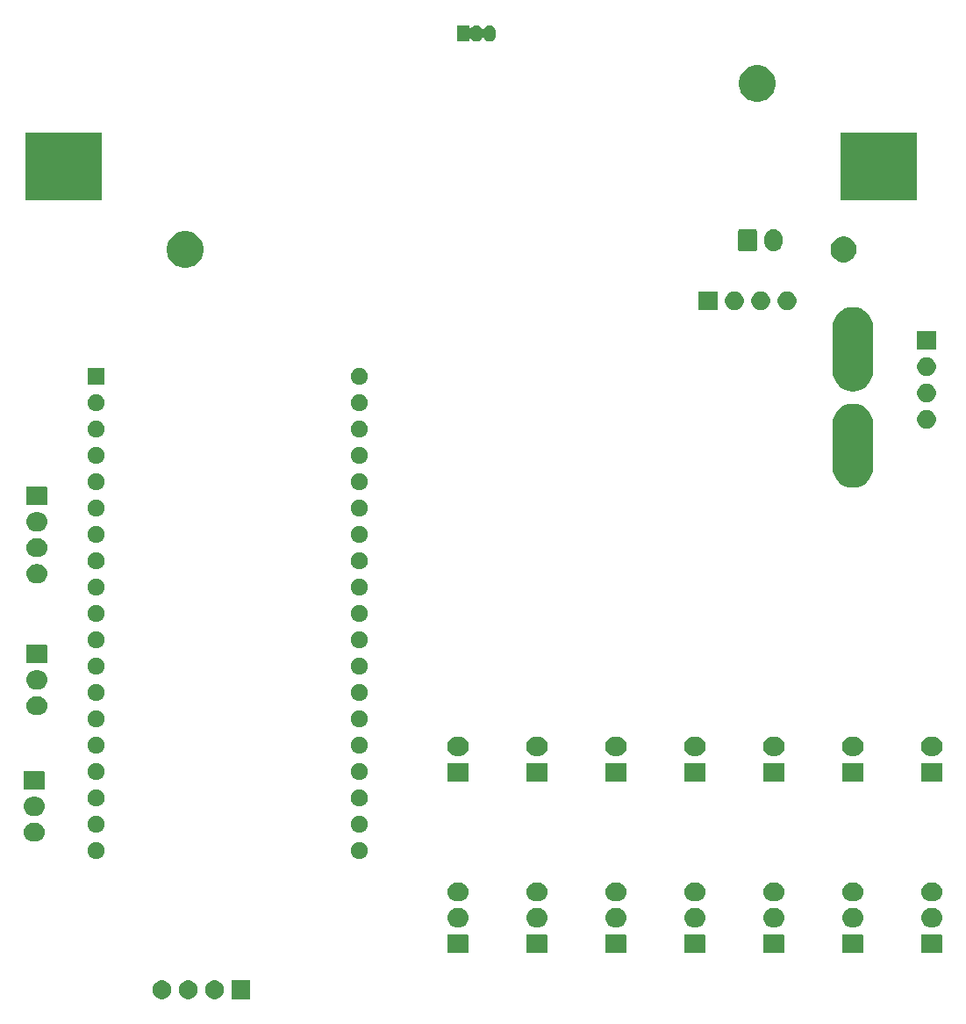
<source format=gbr>
G04 #@! TF.GenerationSoftware,KiCad,Pcbnew,(5.1.5)-3*
G04 #@! TF.CreationDate,2020-11-29T03:44:08+01:00*
G04 #@! TF.ProjectId,PlantCtrlESP32,506c616e-7443-4747-926c-45535033322e,rev?*
G04 #@! TF.SameCoordinates,Original*
G04 #@! TF.FileFunction,Soldermask,Bot*
G04 #@! TF.FilePolarity,Negative*
%FSLAX46Y46*%
G04 Gerber Fmt 4.6, Leading zero omitted, Abs format (unit mm)*
G04 Created by KiCad (PCBNEW (5.1.5)-3) date 2020-11-29 03:44:08*
%MOMM*%
%LPD*%
G04 APERTURE LIST*
%ADD10C,0.100000*%
G04 APERTURE END LIST*
D10*
G36*
X194576000Y-134886000D02*
G01*
X192774000Y-134886000D01*
X192774000Y-133084000D01*
X194576000Y-133084000D01*
X194576000Y-134886000D01*
G37*
G36*
X191248512Y-133088927D02*
G01*
X191397812Y-133118624D01*
X191561784Y-133186544D01*
X191709354Y-133285147D01*
X191834853Y-133410646D01*
X191933456Y-133558216D01*
X192001376Y-133722188D01*
X192036000Y-133896259D01*
X192036000Y-134073741D01*
X192001376Y-134247812D01*
X191933456Y-134411784D01*
X191834853Y-134559354D01*
X191709354Y-134684853D01*
X191561784Y-134783456D01*
X191397812Y-134851376D01*
X191248512Y-134881073D01*
X191223742Y-134886000D01*
X191046258Y-134886000D01*
X191021488Y-134881073D01*
X190872188Y-134851376D01*
X190708216Y-134783456D01*
X190560646Y-134684853D01*
X190435147Y-134559354D01*
X190336544Y-134411784D01*
X190268624Y-134247812D01*
X190234000Y-134073741D01*
X190234000Y-133896259D01*
X190268624Y-133722188D01*
X190336544Y-133558216D01*
X190435147Y-133410646D01*
X190560646Y-133285147D01*
X190708216Y-133186544D01*
X190872188Y-133118624D01*
X191021488Y-133088927D01*
X191046258Y-133084000D01*
X191223742Y-133084000D01*
X191248512Y-133088927D01*
G37*
G36*
X186168512Y-133088927D02*
G01*
X186317812Y-133118624D01*
X186481784Y-133186544D01*
X186629354Y-133285147D01*
X186754853Y-133410646D01*
X186853456Y-133558216D01*
X186921376Y-133722188D01*
X186956000Y-133896259D01*
X186956000Y-134073741D01*
X186921376Y-134247812D01*
X186853456Y-134411784D01*
X186754853Y-134559354D01*
X186629354Y-134684853D01*
X186481784Y-134783456D01*
X186317812Y-134851376D01*
X186168512Y-134881073D01*
X186143742Y-134886000D01*
X185966258Y-134886000D01*
X185941488Y-134881073D01*
X185792188Y-134851376D01*
X185628216Y-134783456D01*
X185480646Y-134684853D01*
X185355147Y-134559354D01*
X185256544Y-134411784D01*
X185188624Y-134247812D01*
X185154000Y-134073741D01*
X185154000Y-133896259D01*
X185188624Y-133722188D01*
X185256544Y-133558216D01*
X185355147Y-133410646D01*
X185480646Y-133285147D01*
X185628216Y-133186544D01*
X185792188Y-133118624D01*
X185941488Y-133088927D01*
X185966258Y-133084000D01*
X186143742Y-133084000D01*
X186168512Y-133088927D01*
G37*
G36*
X188708512Y-133088927D02*
G01*
X188857812Y-133118624D01*
X189021784Y-133186544D01*
X189169354Y-133285147D01*
X189294853Y-133410646D01*
X189393456Y-133558216D01*
X189461376Y-133722188D01*
X189496000Y-133896259D01*
X189496000Y-134073741D01*
X189461376Y-134247812D01*
X189393456Y-134411784D01*
X189294853Y-134559354D01*
X189169354Y-134684853D01*
X189021784Y-134783456D01*
X188857812Y-134851376D01*
X188708512Y-134881073D01*
X188683742Y-134886000D01*
X188506258Y-134886000D01*
X188481488Y-134881073D01*
X188332188Y-134851376D01*
X188168216Y-134783456D01*
X188020646Y-134684853D01*
X187895147Y-134559354D01*
X187796544Y-134411784D01*
X187728624Y-134247812D01*
X187694000Y-134073741D01*
X187694000Y-133896259D01*
X187728624Y-133722188D01*
X187796544Y-133558216D01*
X187895147Y-133410646D01*
X188020646Y-133285147D01*
X188168216Y-133186544D01*
X188332188Y-133118624D01*
X188481488Y-133088927D01*
X188506258Y-133084000D01*
X188683742Y-133084000D01*
X188708512Y-133088927D01*
G37*
G36*
X238373600Y-128642989D02*
G01*
X238406652Y-128653015D01*
X238437103Y-128669292D01*
X238463799Y-128691201D01*
X238485708Y-128717897D01*
X238501985Y-128748348D01*
X238512011Y-128781400D01*
X238516000Y-128821903D01*
X238516000Y-130258097D01*
X238512011Y-130298600D01*
X238501985Y-130331652D01*
X238485708Y-130362103D01*
X238463799Y-130388799D01*
X238437103Y-130410708D01*
X238406652Y-130426985D01*
X238373600Y-130437011D01*
X238333097Y-130441000D01*
X236646903Y-130441000D01*
X236606400Y-130437011D01*
X236573348Y-130426985D01*
X236542897Y-130410708D01*
X236516201Y-130388799D01*
X236494292Y-130362103D01*
X236478015Y-130331652D01*
X236467989Y-130298600D01*
X236464000Y-130258097D01*
X236464000Y-128821903D01*
X236467989Y-128781400D01*
X236478015Y-128748348D01*
X236494292Y-128717897D01*
X236516201Y-128691201D01*
X236542897Y-128669292D01*
X236573348Y-128653015D01*
X236606400Y-128642989D01*
X236646903Y-128639000D01*
X238333097Y-128639000D01*
X238373600Y-128642989D01*
G37*
G36*
X215513600Y-128642989D02*
G01*
X215546652Y-128653015D01*
X215577103Y-128669292D01*
X215603799Y-128691201D01*
X215625708Y-128717897D01*
X215641985Y-128748348D01*
X215652011Y-128781400D01*
X215656000Y-128821903D01*
X215656000Y-130258097D01*
X215652011Y-130298600D01*
X215641985Y-130331652D01*
X215625708Y-130362103D01*
X215603799Y-130388799D01*
X215577103Y-130410708D01*
X215546652Y-130426985D01*
X215513600Y-130437011D01*
X215473097Y-130441000D01*
X213786903Y-130441000D01*
X213746400Y-130437011D01*
X213713348Y-130426985D01*
X213682897Y-130410708D01*
X213656201Y-130388799D01*
X213634292Y-130362103D01*
X213618015Y-130331652D01*
X213607989Y-130298600D01*
X213604000Y-130258097D01*
X213604000Y-128821903D01*
X213607989Y-128781400D01*
X213618015Y-128748348D01*
X213634292Y-128717897D01*
X213656201Y-128691201D01*
X213682897Y-128669292D01*
X213713348Y-128653015D01*
X213746400Y-128642989D01*
X213786903Y-128639000D01*
X215473097Y-128639000D01*
X215513600Y-128642989D01*
G37*
G36*
X223133600Y-128642989D02*
G01*
X223166652Y-128653015D01*
X223197103Y-128669292D01*
X223223799Y-128691201D01*
X223245708Y-128717897D01*
X223261985Y-128748348D01*
X223272011Y-128781400D01*
X223276000Y-128821903D01*
X223276000Y-130258097D01*
X223272011Y-130298600D01*
X223261985Y-130331652D01*
X223245708Y-130362103D01*
X223223799Y-130388799D01*
X223197103Y-130410708D01*
X223166652Y-130426985D01*
X223133600Y-130437011D01*
X223093097Y-130441000D01*
X221406903Y-130441000D01*
X221366400Y-130437011D01*
X221333348Y-130426985D01*
X221302897Y-130410708D01*
X221276201Y-130388799D01*
X221254292Y-130362103D01*
X221238015Y-130331652D01*
X221227989Y-130298600D01*
X221224000Y-130258097D01*
X221224000Y-128821903D01*
X221227989Y-128781400D01*
X221238015Y-128748348D01*
X221254292Y-128717897D01*
X221276201Y-128691201D01*
X221302897Y-128669292D01*
X221333348Y-128653015D01*
X221366400Y-128642989D01*
X221406903Y-128639000D01*
X223093097Y-128639000D01*
X223133600Y-128642989D01*
G37*
G36*
X230753600Y-128642989D02*
G01*
X230786652Y-128653015D01*
X230817103Y-128669292D01*
X230843799Y-128691201D01*
X230865708Y-128717897D01*
X230881985Y-128748348D01*
X230892011Y-128781400D01*
X230896000Y-128821903D01*
X230896000Y-130258097D01*
X230892011Y-130298600D01*
X230881985Y-130331652D01*
X230865708Y-130362103D01*
X230843799Y-130388799D01*
X230817103Y-130410708D01*
X230786652Y-130426985D01*
X230753600Y-130437011D01*
X230713097Y-130441000D01*
X229026903Y-130441000D01*
X228986400Y-130437011D01*
X228953348Y-130426985D01*
X228922897Y-130410708D01*
X228896201Y-130388799D01*
X228874292Y-130362103D01*
X228858015Y-130331652D01*
X228847989Y-130298600D01*
X228844000Y-130258097D01*
X228844000Y-128821903D01*
X228847989Y-128781400D01*
X228858015Y-128748348D01*
X228874292Y-128717897D01*
X228896201Y-128691201D01*
X228922897Y-128669292D01*
X228953348Y-128653015D01*
X228986400Y-128642989D01*
X229026903Y-128639000D01*
X230713097Y-128639000D01*
X230753600Y-128642989D01*
G37*
G36*
X261233600Y-128642989D02*
G01*
X261266652Y-128653015D01*
X261297103Y-128669292D01*
X261323799Y-128691201D01*
X261345708Y-128717897D01*
X261361985Y-128748348D01*
X261372011Y-128781400D01*
X261376000Y-128821903D01*
X261376000Y-130258097D01*
X261372011Y-130298600D01*
X261361985Y-130331652D01*
X261345708Y-130362103D01*
X261323799Y-130388799D01*
X261297103Y-130410708D01*
X261266652Y-130426985D01*
X261233600Y-130437011D01*
X261193097Y-130441000D01*
X259506903Y-130441000D01*
X259466400Y-130437011D01*
X259433348Y-130426985D01*
X259402897Y-130410708D01*
X259376201Y-130388799D01*
X259354292Y-130362103D01*
X259338015Y-130331652D01*
X259327989Y-130298600D01*
X259324000Y-130258097D01*
X259324000Y-128821903D01*
X259327989Y-128781400D01*
X259338015Y-128748348D01*
X259354292Y-128717897D01*
X259376201Y-128691201D01*
X259402897Y-128669292D01*
X259433348Y-128653015D01*
X259466400Y-128642989D01*
X259506903Y-128639000D01*
X261193097Y-128639000D01*
X261233600Y-128642989D01*
G37*
G36*
X253613600Y-128642989D02*
G01*
X253646652Y-128653015D01*
X253677103Y-128669292D01*
X253703799Y-128691201D01*
X253725708Y-128717897D01*
X253741985Y-128748348D01*
X253752011Y-128781400D01*
X253756000Y-128821903D01*
X253756000Y-130258097D01*
X253752011Y-130298600D01*
X253741985Y-130331652D01*
X253725708Y-130362103D01*
X253703799Y-130388799D01*
X253677103Y-130410708D01*
X253646652Y-130426985D01*
X253613600Y-130437011D01*
X253573097Y-130441000D01*
X251886903Y-130441000D01*
X251846400Y-130437011D01*
X251813348Y-130426985D01*
X251782897Y-130410708D01*
X251756201Y-130388799D01*
X251734292Y-130362103D01*
X251718015Y-130331652D01*
X251707989Y-130298600D01*
X251704000Y-130258097D01*
X251704000Y-128821903D01*
X251707989Y-128781400D01*
X251718015Y-128748348D01*
X251734292Y-128717897D01*
X251756201Y-128691201D01*
X251782897Y-128669292D01*
X251813348Y-128653015D01*
X251846400Y-128642989D01*
X251886903Y-128639000D01*
X253573097Y-128639000D01*
X253613600Y-128642989D01*
G37*
G36*
X245993600Y-128642989D02*
G01*
X246026652Y-128653015D01*
X246057103Y-128669292D01*
X246083799Y-128691201D01*
X246105708Y-128717897D01*
X246121985Y-128748348D01*
X246132011Y-128781400D01*
X246136000Y-128821903D01*
X246136000Y-130258097D01*
X246132011Y-130298600D01*
X246121985Y-130331652D01*
X246105708Y-130362103D01*
X246083799Y-130388799D01*
X246057103Y-130410708D01*
X246026652Y-130426985D01*
X245993600Y-130437011D01*
X245953097Y-130441000D01*
X244266903Y-130441000D01*
X244226400Y-130437011D01*
X244193348Y-130426985D01*
X244162897Y-130410708D01*
X244136201Y-130388799D01*
X244114292Y-130362103D01*
X244098015Y-130331652D01*
X244087989Y-130298600D01*
X244084000Y-130258097D01*
X244084000Y-128821903D01*
X244087989Y-128781400D01*
X244098015Y-128748348D01*
X244114292Y-128717897D01*
X244136201Y-128691201D01*
X244162897Y-128669292D01*
X244193348Y-128653015D01*
X244226400Y-128642989D01*
X244266903Y-128639000D01*
X245953097Y-128639000D01*
X245993600Y-128642989D01*
G37*
G36*
X214865442Y-126145518D02*
G01*
X214931627Y-126152037D01*
X215101466Y-126203557D01*
X215257991Y-126287222D01*
X215293729Y-126316552D01*
X215395186Y-126399814D01*
X215478448Y-126501271D01*
X215507778Y-126537009D01*
X215591443Y-126693534D01*
X215642963Y-126863373D01*
X215660359Y-127040000D01*
X215642963Y-127216627D01*
X215591443Y-127386466D01*
X215507778Y-127542991D01*
X215478448Y-127578729D01*
X215395186Y-127680186D01*
X215293729Y-127763448D01*
X215257991Y-127792778D01*
X215101466Y-127876443D01*
X214931627Y-127927963D01*
X214865443Y-127934481D01*
X214799260Y-127941000D01*
X214460740Y-127941000D01*
X214394557Y-127934481D01*
X214328373Y-127927963D01*
X214158534Y-127876443D01*
X214002009Y-127792778D01*
X213966271Y-127763448D01*
X213864814Y-127680186D01*
X213781552Y-127578729D01*
X213752222Y-127542991D01*
X213668557Y-127386466D01*
X213617037Y-127216627D01*
X213599641Y-127040000D01*
X213617037Y-126863373D01*
X213668557Y-126693534D01*
X213752222Y-126537009D01*
X213781552Y-126501271D01*
X213864814Y-126399814D01*
X213966271Y-126316552D01*
X214002009Y-126287222D01*
X214158534Y-126203557D01*
X214328373Y-126152037D01*
X214394558Y-126145518D01*
X214460740Y-126139000D01*
X214799260Y-126139000D01*
X214865442Y-126145518D01*
G37*
G36*
X222485442Y-126145518D02*
G01*
X222551627Y-126152037D01*
X222721466Y-126203557D01*
X222877991Y-126287222D01*
X222913729Y-126316552D01*
X223015186Y-126399814D01*
X223098448Y-126501271D01*
X223127778Y-126537009D01*
X223211443Y-126693534D01*
X223262963Y-126863373D01*
X223280359Y-127040000D01*
X223262963Y-127216627D01*
X223211443Y-127386466D01*
X223127778Y-127542991D01*
X223098448Y-127578729D01*
X223015186Y-127680186D01*
X222913729Y-127763448D01*
X222877991Y-127792778D01*
X222721466Y-127876443D01*
X222551627Y-127927963D01*
X222485443Y-127934481D01*
X222419260Y-127941000D01*
X222080740Y-127941000D01*
X222014557Y-127934481D01*
X221948373Y-127927963D01*
X221778534Y-127876443D01*
X221622009Y-127792778D01*
X221586271Y-127763448D01*
X221484814Y-127680186D01*
X221401552Y-127578729D01*
X221372222Y-127542991D01*
X221288557Y-127386466D01*
X221237037Y-127216627D01*
X221219641Y-127040000D01*
X221237037Y-126863373D01*
X221288557Y-126693534D01*
X221372222Y-126537009D01*
X221401552Y-126501271D01*
X221484814Y-126399814D01*
X221586271Y-126316552D01*
X221622009Y-126287222D01*
X221778534Y-126203557D01*
X221948373Y-126152037D01*
X222014558Y-126145518D01*
X222080740Y-126139000D01*
X222419260Y-126139000D01*
X222485442Y-126145518D01*
G37*
G36*
X230105442Y-126145518D02*
G01*
X230171627Y-126152037D01*
X230341466Y-126203557D01*
X230497991Y-126287222D01*
X230533729Y-126316552D01*
X230635186Y-126399814D01*
X230718448Y-126501271D01*
X230747778Y-126537009D01*
X230831443Y-126693534D01*
X230882963Y-126863373D01*
X230900359Y-127040000D01*
X230882963Y-127216627D01*
X230831443Y-127386466D01*
X230747778Y-127542991D01*
X230718448Y-127578729D01*
X230635186Y-127680186D01*
X230533729Y-127763448D01*
X230497991Y-127792778D01*
X230341466Y-127876443D01*
X230171627Y-127927963D01*
X230105443Y-127934481D01*
X230039260Y-127941000D01*
X229700740Y-127941000D01*
X229634557Y-127934481D01*
X229568373Y-127927963D01*
X229398534Y-127876443D01*
X229242009Y-127792778D01*
X229206271Y-127763448D01*
X229104814Y-127680186D01*
X229021552Y-127578729D01*
X228992222Y-127542991D01*
X228908557Y-127386466D01*
X228857037Y-127216627D01*
X228839641Y-127040000D01*
X228857037Y-126863373D01*
X228908557Y-126693534D01*
X228992222Y-126537009D01*
X229021552Y-126501271D01*
X229104814Y-126399814D01*
X229206271Y-126316552D01*
X229242009Y-126287222D01*
X229398534Y-126203557D01*
X229568373Y-126152037D01*
X229634558Y-126145518D01*
X229700740Y-126139000D01*
X230039260Y-126139000D01*
X230105442Y-126145518D01*
G37*
G36*
X237725442Y-126145518D02*
G01*
X237791627Y-126152037D01*
X237961466Y-126203557D01*
X238117991Y-126287222D01*
X238153729Y-126316552D01*
X238255186Y-126399814D01*
X238338448Y-126501271D01*
X238367778Y-126537009D01*
X238451443Y-126693534D01*
X238502963Y-126863373D01*
X238520359Y-127040000D01*
X238502963Y-127216627D01*
X238451443Y-127386466D01*
X238367778Y-127542991D01*
X238338448Y-127578729D01*
X238255186Y-127680186D01*
X238153729Y-127763448D01*
X238117991Y-127792778D01*
X237961466Y-127876443D01*
X237791627Y-127927963D01*
X237725443Y-127934481D01*
X237659260Y-127941000D01*
X237320740Y-127941000D01*
X237254557Y-127934481D01*
X237188373Y-127927963D01*
X237018534Y-127876443D01*
X236862009Y-127792778D01*
X236826271Y-127763448D01*
X236724814Y-127680186D01*
X236641552Y-127578729D01*
X236612222Y-127542991D01*
X236528557Y-127386466D01*
X236477037Y-127216627D01*
X236459641Y-127040000D01*
X236477037Y-126863373D01*
X236528557Y-126693534D01*
X236612222Y-126537009D01*
X236641552Y-126501271D01*
X236724814Y-126399814D01*
X236826271Y-126316552D01*
X236862009Y-126287222D01*
X237018534Y-126203557D01*
X237188373Y-126152037D01*
X237254558Y-126145518D01*
X237320740Y-126139000D01*
X237659260Y-126139000D01*
X237725442Y-126145518D01*
G37*
G36*
X245345442Y-126145518D02*
G01*
X245411627Y-126152037D01*
X245581466Y-126203557D01*
X245737991Y-126287222D01*
X245773729Y-126316552D01*
X245875186Y-126399814D01*
X245958448Y-126501271D01*
X245987778Y-126537009D01*
X246071443Y-126693534D01*
X246122963Y-126863373D01*
X246140359Y-127040000D01*
X246122963Y-127216627D01*
X246071443Y-127386466D01*
X245987778Y-127542991D01*
X245958448Y-127578729D01*
X245875186Y-127680186D01*
X245773729Y-127763448D01*
X245737991Y-127792778D01*
X245581466Y-127876443D01*
X245411627Y-127927963D01*
X245345443Y-127934481D01*
X245279260Y-127941000D01*
X244940740Y-127941000D01*
X244874557Y-127934481D01*
X244808373Y-127927963D01*
X244638534Y-127876443D01*
X244482009Y-127792778D01*
X244446271Y-127763448D01*
X244344814Y-127680186D01*
X244261552Y-127578729D01*
X244232222Y-127542991D01*
X244148557Y-127386466D01*
X244097037Y-127216627D01*
X244079641Y-127040000D01*
X244097037Y-126863373D01*
X244148557Y-126693534D01*
X244232222Y-126537009D01*
X244261552Y-126501271D01*
X244344814Y-126399814D01*
X244446271Y-126316552D01*
X244482009Y-126287222D01*
X244638534Y-126203557D01*
X244808373Y-126152037D01*
X244874558Y-126145518D01*
X244940740Y-126139000D01*
X245279260Y-126139000D01*
X245345442Y-126145518D01*
G37*
G36*
X252965442Y-126145518D02*
G01*
X253031627Y-126152037D01*
X253201466Y-126203557D01*
X253357991Y-126287222D01*
X253393729Y-126316552D01*
X253495186Y-126399814D01*
X253578448Y-126501271D01*
X253607778Y-126537009D01*
X253691443Y-126693534D01*
X253742963Y-126863373D01*
X253760359Y-127040000D01*
X253742963Y-127216627D01*
X253691443Y-127386466D01*
X253607778Y-127542991D01*
X253578448Y-127578729D01*
X253495186Y-127680186D01*
X253393729Y-127763448D01*
X253357991Y-127792778D01*
X253201466Y-127876443D01*
X253031627Y-127927963D01*
X252965443Y-127934481D01*
X252899260Y-127941000D01*
X252560740Y-127941000D01*
X252494557Y-127934481D01*
X252428373Y-127927963D01*
X252258534Y-127876443D01*
X252102009Y-127792778D01*
X252066271Y-127763448D01*
X251964814Y-127680186D01*
X251881552Y-127578729D01*
X251852222Y-127542991D01*
X251768557Y-127386466D01*
X251717037Y-127216627D01*
X251699641Y-127040000D01*
X251717037Y-126863373D01*
X251768557Y-126693534D01*
X251852222Y-126537009D01*
X251881552Y-126501271D01*
X251964814Y-126399814D01*
X252066271Y-126316552D01*
X252102009Y-126287222D01*
X252258534Y-126203557D01*
X252428373Y-126152037D01*
X252494558Y-126145518D01*
X252560740Y-126139000D01*
X252899260Y-126139000D01*
X252965442Y-126145518D01*
G37*
G36*
X260585442Y-126145518D02*
G01*
X260651627Y-126152037D01*
X260821466Y-126203557D01*
X260977991Y-126287222D01*
X261013729Y-126316552D01*
X261115186Y-126399814D01*
X261198448Y-126501271D01*
X261227778Y-126537009D01*
X261311443Y-126693534D01*
X261362963Y-126863373D01*
X261380359Y-127040000D01*
X261362963Y-127216627D01*
X261311443Y-127386466D01*
X261227778Y-127542991D01*
X261198448Y-127578729D01*
X261115186Y-127680186D01*
X261013729Y-127763448D01*
X260977991Y-127792778D01*
X260821466Y-127876443D01*
X260651627Y-127927963D01*
X260585443Y-127934481D01*
X260519260Y-127941000D01*
X260180740Y-127941000D01*
X260114557Y-127934481D01*
X260048373Y-127927963D01*
X259878534Y-127876443D01*
X259722009Y-127792778D01*
X259686271Y-127763448D01*
X259584814Y-127680186D01*
X259501552Y-127578729D01*
X259472222Y-127542991D01*
X259388557Y-127386466D01*
X259337037Y-127216627D01*
X259319641Y-127040000D01*
X259337037Y-126863373D01*
X259388557Y-126693534D01*
X259472222Y-126537009D01*
X259501552Y-126501271D01*
X259584814Y-126399814D01*
X259686271Y-126316552D01*
X259722009Y-126287222D01*
X259878534Y-126203557D01*
X260048373Y-126152037D01*
X260114558Y-126145518D01*
X260180740Y-126139000D01*
X260519260Y-126139000D01*
X260585442Y-126145518D01*
G37*
G36*
X237725443Y-123645519D02*
G01*
X237791627Y-123652037D01*
X237961466Y-123703557D01*
X238117991Y-123787222D01*
X238153729Y-123816552D01*
X238255186Y-123899814D01*
X238338448Y-124001271D01*
X238367778Y-124037009D01*
X238451443Y-124193534D01*
X238502963Y-124363373D01*
X238520359Y-124540000D01*
X238502963Y-124716627D01*
X238451443Y-124886466D01*
X238367778Y-125042991D01*
X238338448Y-125078729D01*
X238255186Y-125180186D01*
X238153729Y-125263448D01*
X238117991Y-125292778D01*
X237961466Y-125376443D01*
X237791627Y-125427963D01*
X237725442Y-125434482D01*
X237659260Y-125441000D01*
X237320740Y-125441000D01*
X237254558Y-125434482D01*
X237188373Y-125427963D01*
X237018534Y-125376443D01*
X236862009Y-125292778D01*
X236826271Y-125263448D01*
X236724814Y-125180186D01*
X236641552Y-125078729D01*
X236612222Y-125042991D01*
X236528557Y-124886466D01*
X236477037Y-124716627D01*
X236459641Y-124540000D01*
X236477037Y-124363373D01*
X236528557Y-124193534D01*
X236612222Y-124037009D01*
X236641552Y-124001271D01*
X236724814Y-123899814D01*
X236826271Y-123816552D01*
X236862009Y-123787222D01*
X237018534Y-123703557D01*
X237188373Y-123652037D01*
X237254557Y-123645519D01*
X237320740Y-123639000D01*
X237659260Y-123639000D01*
X237725443Y-123645519D01*
G37*
G36*
X260585443Y-123645519D02*
G01*
X260651627Y-123652037D01*
X260821466Y-123703557D01*
X260977991Y-123787222D01*
X261013729Y-123816552D01*
X261115186Y-123899814D01*
X261198448Y-124001271D01*
X261227778Y-124037009D01*
X261311443Y-124193534D01*
X261362963Y-124363373D01*
X261380359Y-124540000D01*
X261362963Y-124716627D01*
X261311443Y-124886466D01*
X261227778Y-125042991D01*
X261198448Y-125078729D01*
X261115186Y-125180186D01*
X261013729Y-125263448D01*
X260977991Y-125292778D01*
X260821466Y-125376443D01*
X260651627Y-125427963D01*
X260585442Y-125434482D01*
X260519260Y-125441000D01*
X260180740Y-125441000D01*
X260114558Y-125434482D01*
X260048373Y-125427963D01*
X259878534Y-125376443D01*
X259722009Y-125292778D01*
X259686271Y-125263448D01*
X259584814Y-125180186D01*
X259501552Y-125078729D01*
X259472222Y-125042991D01*
X259388557Y-124886466D01*
X259337037Y-124716627D01*
X259319641Y-124540000D01*
X259337037Y-124363373D01*
X259388557Y-124193534D01*
X259472222Y-124037009D01*
X259501552Y-124001271D01*
X259584814Y-123899814D01*
X259686271Y-123816552D01*
X259722009Y-123787222D01*
X259878534Y-123703557D01*
X260048373Y-123652037D01*
X260114557Y-123645519D01*
X260180740Y-123639000D01*
X260519260Y-123639000D01*
X260585443Y-123645519D01*
G37*
G36*
X214865443Y-123645519D02*
G01*
X214931627Y-123652037D01*
X215101466Y-123703557D01*
X215257991Y-123787222D01*
X215293729Y-123816552D01*
X215395186Y-123899814D01*
X215478448Y-124001271D01*
X215507778Y-124037009D01*
X215591443Y-124193534D01*
X215642963Y-124363373D01*
X215660359Y-124540000D01*
X215642963Y-124716627D01*
X215591443Y-124886466D01*
X215507778Y-125042991D01*
X215478448Y-125078729D01*
X215395186Y-125180186D01*
X215293729Y-125263448D01*
X215257991Y-125292778D01*
X215101466Y-125376443D01*
X214931627Y-125427963D01*
X214865442Y-125434482D01*
X214799260Y-125441000D01*
X214460740Y-125441000D01*
X214394558Y-125434482D01*
X214328373Y-125427963D01*
X214158534Y-125376443D01*
X214002009Y-125292778D01*
X213966271Y-125263448D01*
X213864814Y-125180186D01*
X213781552Y-125078729D01*
X213752222Y-125042991D01*
X213668557Y-124886466D01*
X213617037Y-124716627D01*
X213599641Y-124540000D01*
X213617037Y-124363373D01*
X213668557Y-124193534D01*
X213752222Y-124037009D01*
X213781552Y-124001271D01*
X213864814Y-123899814D01*
X213966271Y-123816552D01*
X214002009Y-123787222D01*
X214158534Y-123703557D01*
X214328373Y-123652037D01*
X214394557Y-123645519D01*
X214460740Y-123639000D01*
X214799260Y-123639000D01*
X214865443Y-123645519D01*
G37*
G36*
X222485443Y-123645519D02*
G01*
X222551627Y-123652037D01*
X222721466Y-123703557D01*
X222877991Y-123787222D01*
X222913729Y-123816552D01*
X223015186Y-123899814D01*
X223098448Y-124001271D01*
X223127778Y-124037009D01*
X223211443Y-124193534D01*
X223262963Y-124363373D01*
X223280359Y-124540000D01*
X223262963Y-124716627D01*
X223211443Y-124886466D01*
X223127778Y-125042991D01*
X223098448Y-125078729D01*
X223015186Y-125180186D01*
X222913729Y-125263448D01*
X222877991Y-125292778D01*
X222721466Y-125376443D01*
X222551627Y-125427963D01*
X222485442Y-125434482D01*
X222419260Y-125441000D01*
X222080740Y-125441000D01*
X222014558Y-125434482D01*
X221948373Y-125427963D01*
X221778534Y-125376443D01*
X221622009Y-125292778D01*
X221586271Y-125263448D01*
X221484814Y-125180186D01*
X221401552Y-125078729D01*
X221372222Y-125042991D01*
X221288557Y-124886466D01*
X221237037Y-124716627D01*
X221219641Y-124540000D01*
X221237037Y-124363373D01*
X221288557Y-124193534D01*
X221372222Y-124037009D01*
X221401552Y-124001271D01*
X221484814Y-123899814D01*
X221586271Y-123816552D01*
X221622009Y-123787222D01*
X221778534Y-123703557D01*
X221948373Y-123652037D01*
X222014557Y-123645519D01*
X222080740Y-123639000D01*
X222419260Y-123639000D01*
X222485443Y-123645519D01*
G37*
G36*
X252965443Y-123645519D02*
G01*
X253031627Y-123652037D01*
X253201466Y-123703557D01*
X253357991Y-123787222D01*
X253393729Y-123816552D01*
X253495186Y-123899814D01*
X253578448Y-124001271D01*
X253607778Y-124037009D01*
X253691443Y-124193534D01*
X253742963Y-124363373D01*
X253760359Y-124540000D01*
X253742963Y-124716627D01*
X253691443Y-124886466D01*
X253607778Y-125042991D01*
X253578448Y-125078729D01*
X253495186Y-125180186D01*
X253393729Y-125263448D01*
X253357991Y-125292778D01*
X253201466Y-125376443D01*
X253031627Y-125427963D01*
X252965442Y-125434482D01*
X252899260Y-125441000D01*
X252560740Y-125441000D01*
X252494558Y-125434482D01*
X252428373Y-125427963D01*
X252258534Y-125376443D01*
X252102009Y-125292778D01*
X252066271Y-125263448D01*
X251964814Y-125180186D01*
X251881552Y-125078729D01*
X251852222Y-125042991D01*
X251768557Y-124886466D01*
X251717037Y-124716627D01*
X251699641Y-124540000D01*
X251717037Y-124363373D01*
X251768557Y-124193534D01*
X251852222Y-124037009D01*
X251881552Y-124001271D01*
X251964814Y-123899814D01*
X252066271Y-123816552D01*
X252102009Y-123787222D01*
X252258534Y-123703557D01*
X252428373Y-123652037D01*
X252494557Y-123645519D01*
X252560740Y-123639000D01*
X252899260Y-123639000D01*
X252965443Y-123645519D01*
G37*
G36*
X230105443Y-123645519D02*
G01*
X230171627Y-123652037D01*
X230341466Y-123703557D01*
X230497991Y-123787222D01*
X230533729Y-123816552D01*
X230635186Y-123899814D01*
X230718448Y-124001271D01*
X230747778Y-124037009D01*
X230831443Y-124193534D01*
X230882963Y-124363373D01*
X230900359Y-124540000D01*
X230882963Y-124716627D01*
X230831443Y-124886466D01*
X230747778Y-125042991D01*
X230718448Y-125078729D01*
X230635186Y-125180186D01*
X230533729Y-125263448D01*
X230497991Y-125292778D01*
X230341466Y-125376443D01*
X230171627Y-125427963D01*
X230105442Y-125434482D01*
X230039260Y-125441000D01*
X229700740Y-125441000D01*
X229634558Y-125434482D01*
X229568373Y-125427963D01*
X229398534Y-125376443D01*
X229242009Y-125292778D01*
X229206271Y-125263448D01*
X229104814Y-125180186D01*
X229021552Y-125078729D01*
X228992222Y-125042991D01*
X228908557Y-124886466D01*
X228857037Y-124716627D01*
X228839641Y-124540000D01*
X228857037Y-124363373D01*
X228908557Y-124193534D01*
X228992222Y-124037009D01*
X229021552Y-124001271D01*
X229104814Y-123899814D01*
X229206271Y-123816552D01*
X229242009Y-123787222D01*
X229398534Y-123703557D01*
X229568373Y-123652037D01*
X229634557Y-123645519D01*
X229700740Y-123639000D01*
X230039260Y-123639000D01*
X230105443Y-123645519D01*
G37*
G36*
X245345443Y-123645519D02*
G01*
X245411627Y-123652037D01*
X245581466Y-123703557D01*
X245737991Y-123787222D01*
X245773729Y-123816552D01*
X245875186Y-123899814D01*
X245958448Y-124001271D01*
X245987778Y-124037009D01*
X246071443Y-124193534D01*
X246122963Y-124363373D01*
X246140359Y-124540000D01*
X246122963Y-124716627D01*
X246071443Y-124886466D01*
X245987778Y-125042991D01*
X245958448Y-125078729D01*
X245875186Y-125180186D01*
X245773729Y-125263448D01*
X245737991Y-125292778D01*
X245581466Y-125376443D01*
X245411627Y-125427963D01*
X245345442Y-125434482D01*
X245279260Y-125441000D01*
X244940740Y-125441000D01*
X244874558Y-125434482D01*
X244808373Y-125427963D01*
X244638534Y-125376443D01*
X244482009Y-125292778D01*
X244446271Y-125263448D01*
X244344814Y-125180186D01*
X244261552Y-125078729D01*
X244232222Y-125042991D01*
X244148557Y-124886466D01*
X244097037Y-124716627D01*
X244079641Y-124540000D01*
X244097037Y-124363373D01*
X244148557Y-124193534D01*
X244232222Y-124037009D01*
X244261552Y-124001271D01*
X244344814Y-123899814D01*
X244446271Y-123816552D01*
X244482009Y-123787222D01*
X244638534Y-123703557D01*
X244808373Y-123652037D01*
X244874557Y-123645519D01*
X244940740Y-123639000D01*
X245279260Y-123639000D01*
X245345443Y-123645519D01*
G37*
G36*
X205347394Y-119775934D02*
G01*
X205498624Y-119838576D01*
X205498626Y-119838577D01*
X205634732Y-119929520D01*
X205750480Y-120045268D01*
X205841423Y-120181374D01*
X205841424Y-120181376D01*
X205904066Y-120332606D01*
X205936000Y-120493152D01*
X205936000Y-120656848D01*
X205904066Y-120817394D01*
X205841424Y-120968624D01*
X205841423Y-120968626D01*
X205750480Y-121104732D01*
X205634732Y-121220480D01*
X205498626Y-121311423D01*
X205498625Y-121311424D01*
X205498624Y-121311424D01*
X205347394Y-121374066D01*
X205186848Y-121406000D01*
X205023152Y-121406000D01*
X204862606Y-121374066D01*
X204711376Y-121311424D01*
X204711375Y-121311424D01*
X204711374Y-121311423D01*
X204575268Y-121220480D01*
X204459520Y-121104732D01*
X204368577Y-120968626D01*
X204368576Y-120968624D01*
X204305934Y-120817394D01*
X204274000Y-120656848D01*
X204274000Y-120493152D01*
X204305934Y-120332606D01*
X204368576Y-120181376D01*
X204368577Y-120181374D01*
X204459520Y-120045268D01*
X204575268Y-119929520D01*
X204711374Y-119838577D01*
X204711376Y-119838576D01*
X204862606Y-119775934D01*
X205023152Y-119744000D01*
X205186848Y-119744000D01*
X205347394Y-119775934D01*
G37*
G36*
X179947394Y-119775934D02*
G01*
X180098624Y-119838576D01*
X180098626Y-119838577D01*
X180234732Y-119929520D01*
X180350480Y-120045268D01*
X180441423Y-120181374D01*
X180441424Y-120181376D01*
X180504066Y-120332606D01*
X180536000Y-120493152D01*
X180536000Y-120656848D01*
X180504066Y-120817394D01*
X180441424Y-120968624D01*
X180441423Y-120968626D01*
X180350480Y-121104732D01*
X180234732Y-121220480D01*
X180098626Y-121311423D01*
X180098625Y-121311424D01*
X180098624Y-121311424D01*
X179947394Y-121374066D01*
X179786848Y-121406000D01*
X179623152Y-121406000D01*
X179462606Y-121374066D01*
X179311376Y-121311424D01*
X179311375Y-121311424D01*
X179311374Y-121311423D01*
X179175268Y-121220480D01*
X179059520Y-121104732D01*
X178968577Y-120968626D01*
X178968576Y-120968624D01*
X178905934Y-120817394D01*
X178874000Y-120656848D01*
X178874000Y-120493152D01*
X178905934Y-120332606D01*
X178968576Y-120181376D01*
X178968577Y-120181374D01*
X179059520Y-120045268D01*
X179175268Y-119929520D01*
X179311374Y-119838577D01*
X179311376Y-119838576D01*
X179462606Y-119775934D01*
X179623152Y-119744000D01*
X179786848Y-119744000D01*
X179947394Y-119775934D01*
G37*
G36*
X173971442Y-117897518D02*
G01*
X174037627Y-117904037D01*
X174207466Y-117955557D01*
X174363991Y-118039222D01*
X174399729Y-118068552D01*
X174501186Y-118151814D01*
X174584448Y-118253271D01*
X174613778Y-118289009D01*
X174697443Y-118445534D01*
X174748963Y-118615373D01*
X174766359Y-118792000D01*
X174748963Y-118968627D01*
X174697443Y-119138466D01*
X174613778Y-119294991D01*
X174584448Y-119330729D01*
X174501186Y-119432186D01*
X174399729Y-119515448D01*
X174363991Y-119544778D01*
X174207466Y-119628443D01*
X174037627Y-119679963D01*
X173971442Y-119686482D01*
X173905260Y-119693000D01*
X173566740Y-119693000D01*
X173500558Y-119686482D01*
X173434373Y-119679963D01*
X173264534Y-119628443D01*
X173108009Y-119544778D01*
X173072271Y-119515448D01*
X172970814Y-119432186D01*
X172887552Y-119330729D01*
X172858222Y-119294991D01*
X172774557Y-119138466D01*
X172723037Y-118968627D01*
X172705641Y-118792000D01*
X172723037Y-118615373D01*
X172774557Y-118445534D01*
X172858222Y-118289009D01*
X172887552Y-118253271D01*
X172970814Y-118151814D01*
X173072271Y-118068552D01*
X173108009Y-118039222D01*
X173264534Y-117955557D01*
X173434373Y-117904037D01*
X173500558Y-117897518D01*
X173566740Y-117891000D01*
X173905260Y-117891000D01*
X173971442Y-117897518D01*
G37*
G36*
X205347394Y-117235934D02*
G01*
X205498624Y-117298576D01*
X205498626Y-117298577D01*
X205634732Y-117389520D01*
X205750480Y-117505268D01*
X205841423Y-117641374D01*
X205841424Y-117641376D01*
X205904066Y-117792606D01*
X205936000Y-117953152D01*
X205936000Y-118116848D01*
X205904066Y-118277394D01*
X205841424Y-118428624D01*
X205841423Y-118428626D01*
X205750480Y-118564732D01*
X205634732Y-118680480D01*
X205498626Y-118771423D01*
X205498625Y-118771424D01*
X205498624Y-118771424D01*
X205347394Y-118834066D01*
X205186848Y-118866000D01*
X205023152Y-118866000D01*
X204862606Y-118834066D01*
X204711376Y-118771424D01*
X204711375Y-118771424D01*
X204711374Y-118771423D01*
X204575268Y-118680480D01*
X204459520Y-118564732D01*
X204368577Y-118428626D01*
X204368576Y-118428624D01*
X204305934Y-118277394D01*
X204274000Y-118116848D01*
X204274000Y-117953152D01*
X204305934Y-117792606D01*
X204368576Y-117641376D01*
X204368577Y-117641374D01*
X204459520Y-117505268D01*
X204575268Y-117389520D01*
X204711374Y-117298577D01*
X204711376Y-117298576D01*
X204862606Y-117235934D01*
X205023152Y-117204000D01*
X205186848Y-117204000D01*
X205347394Y-117235934D01*
G37*
G36*
X179947394Y-117235934D02*
G01*
X180098624Y-117298576D01*
X180098626Y-117298577D01*
X180234732Y-117389520D01*
X180350480Y-117505268D01*
X180441423Y-117641374D01*
X180441424Y-117641376D01*
X180504066Y-117792606D01*
X180536000Y-117953152D01*
X180536000Y-118116848D01*
X180504066Y-118277394D01*
X180441424Y-118428624D01*
X180441423Y-118428626D01*
X180350480Y-118564732D01*
X180234732Y-118680480D01*
X180098626Y-118771423D01*
X180098625Y-118771424D01*
X180098624Y-118771424D01*
X179947394Y-118834066D01*
X179786848Y-118866000D01*
X179623152Y-118866000D01*
X179462606Y-118834066D01*
X179311376Y-118771424D01*
X179311375Y-118771424D01*
X179311374Y-118771423D01*
X179175268Y-118680480D01*
X179059520Y-118564732D01*
X178968577Y-118428626D01*
X178968576Y-118428624D01*
X178905934Y-118277394D01*
X178874000Y-118116848D01*
X178874000Y-117953152D01*
X178905934Y-117792606D01*
X178968576Y-117641376D01*
X178968577Y-117641374D01*
X179059520Y-117505268D01*
X179175268Y-117389520D01*
X179311374Y-117298577D01*
X179311376Y-117298576D01*
X179462606Y-117235934D01*
X179623152Y-117204000D01*
X179786848Y-117204000D01*
X179947394Y-117235934D01*
G37*
G36*
X173971442Y-115397518D02*
G01*
X174037627Y-115404037D01*
X174207466Y-115455557D01*
X174363991Y-115539222D01*
X174399729Y-115568552D01*
X174501186Y-115651814D01*
X174584448Y-115753271D01*
X174613778Y-115789009D01*
X174697443Y-115945534D01*
X174748963Y-116115373D01*
X174766359Y-116292000D01*
X174748963Y-116468627D01*
X174697443Y-116638466D01*
X174613778Y-116794991D01*
X174584448Y-116830729D01*
X174501186Y-116932186D01*
X174399729Y-117015448D01*
X174363991Y-117044778D01*
X174207466Y-117128443D01*
X174037627Y-117179963D01*
X173971442Y-117186482D01*
X173905260Y-117193000D01*
X173566740Y-117193000D01*
X173500558Y-117186482D01*
X173434373Y-117179963D01*
X173264534Y-117128443D01*
X173108009Y-117044778D01*
X173072271Y-117015448D01*
X172970814Y-116932186D01*
X172887552Y-116830729D01*
X172858222Y-116794991D01*
X172774557Y-116638466D01*
X172723037Y-116468627D01*
X172705641Y-116292000D01*
X172723037Y-116115373D01*
X172774557Y-115945534D01*
X172858222Y-115789009D01*
X172887552Y-115753271D01*
X172970814Y-115651814D01*
X173072271Y-115568552D01*
X173108009Y-115539222D01*
X173264534Y-115455557D01*
X173434373Y-115404037D01*
X173500558Y-115397518D01*
X173566740Y-115391000D01*
X173905260Y-115391000D01*
X173971442Y-115397518D01*
G37*
G36*
X179947394Y-114695934D02*
G01*
X180098624Y-114758576D01*
X180098626Y-114758577D01*
X180234732Y-114849520D01*
X180350480Y-114965268D01*
X180441423Y-115101374D01*
X180441424Y-115101376D01*
X180504066Y-115252606D01*
X180536000Y-115413152D01*
X180536000Y-115576848D01*
X180504066Y-115737394D01*
X180482685Y-115789011D01*
X180441423Y-115888626D01*
X180350480Y-116024732D01*
X180234732Y-116140480D01*
X180098626Y-116231423D01*
X180098625Y-116231424D01*
X180098624Y-116231424D01*
X179947394Y-116294066D01*
X179786848Y-116326000D01*
X179623152Y-116326000D01*
X179462606Y-116294066D01*
X179311376Y-116231424D01*
X179311375Y-116231424D01*
X179311374Y-116231423D01*
X179175268Y-116140480D01*
X179059520Y-116024732D01*
X178968577Y-115888626D01*
X178927315Y-115789011D01*
X178905934Y-115737394D01*
X178874000Y-115576848D01*
X178874000Y-115413152D01*
X178905934Y-115252606D01*
X178968576Y-115101376D01*
X178968577Y-115101374D01*
X179059520Y-114965268D01*
X179175268Y-114849520D01*
X179311374Y-114758577D01*
X179311376Y-114758576D01*
X179462606Y-114695934D01*
X179623152Y-114664000D01*
X179786848Y-114664000D01*
X179947394Y-114695934D01*
G37*
G36*
X205347394Y-114695934D02*
G01*
X205498624Y-114758576D01*
X205498626Y-114758577D01*
X205634732Y-114849520D01*
X205750480Y-114965268D01*
X205841423Y-115101374D01*
X205841424Y-115101376D01*
X205904066Y-115252606D01*
X205936000Y-115413152D01*
X205936000Y-115576848D01*
X205904066Y-115737394D01*
X205882685Y-115789011D01*
X205841423Y-115888626D01*
X205750480Y-116024732D01*
X205634732Y-116140480D01*
X205498626Y-116231423D01*
X205498625Y-116231424D01*
X205498624Y-116231424D01*
X205347394Y-116294066D01*
X205186848Y-116326000D01*
X205023152Y-116326000D01*
X204862606Y-116294066D01*
X204711376Y-116231424D01*
X204711375Y-116231424D01*
X204711374Y-116231423D01*
X204575268Y-116140480D01*
X204459520Y-116024732D01*
X204368577Y-115888626D01*
X204327315Y-115789011D01*
X204305934Y-115737394D01*
X204274000Y-115576848D01*
X204274000Y-115413152D01*
X204305934Y-115252606D01*
X204368576Y-115101376D01*
X204368577Y-115101374D01*
X204459520Y-114965268D01*
X204575268Y-114849520D01*
X204711374Y-114758577D01*
X204711376Y-114758576D01*
X204862606Y-114695934D01*
X205023152Y-114664000D01*
X205186848Y-114664000D01*
X205347394Y-114695934D01*
G37*
G36*
X174619600Y-112894989D02*
G01*
X174652652Y-112905015D01*
X174683103Y-112921292D01*
X174709799Y-112943201D01*
X174731708Y-112969897D01*
X174747985Y-113000348D01*
X174758011Y-113033400D01*
X174762000Y-113073903D01*
X174762000Y-114510097D01*
X174758011Y-114550600D01*
X174747985Y-114583652D01*
X174731708Y-114614103D01*
X174709799Y-114640799D01*
X174683103Y-114662708D01*
X174652652Y-114678985D01*
X174619600Y-114689011D01*
X174579097Y-114693000D01*
X172892903Y-114693000D01*
X172852400Y-114689011D01*
X172819348Y-114678985D01*
X172788897Y-114662708D01*
X172762201Y-114640799D01*
X172740292Y-114614103D01*
X172724015Y-114583652D01*
X172713989Y-114550600D01*
X172710000Y-114510097D01*
X172710000Y-113073903D01*
X172713989Y-113033400D01*
X172724015Y-113000348D01*
X172740292Y-112969897D01*
X172762201Y-112943201D01*
X172788897Y-112921292D01*
X172819348Y-112905015D01*
X172852400Y-112894989D01*
X172892903Y-112891000D01*
X174579097Y-112891000D01*
X174619600Y-112894989D01*
G37*
G36*
X215538600Y-112132989D02*
G01*
X215571652Y-112143015D01*
X215602103Y-112159292D01*
X215628799Y-112181201D01*
X215650708Y-112207897D01*
X215666985Y-112238348D01*
X215677011Y-112271400D01*
X215681000Y-112311903D01*
X215681000Y-113748097D01*
X215677011Y-113788600D01*
X215666985Y-113821652D01*
X215650708Y-113852103D01*
X215628799Y-113878799D01*
X215602103Y-113900708D01*
X215571652Y-113916985D01*
X215538600Y-113927011D01*
X215498097Y-113931000D01*
X213761903Y-113931000D01*
X213721400Y-113927011D01*
X213688348Y-113916985D01*
X213657897Y-113900708D01*
X213631201Y-113878799D01*
X213609292Y-113852103D01*
X213593015Y-113821652D01*
X213582989Y-113788600D01*
X213579000Y-113748097D01*
X213579000Y-112311903D01*
X213582989Y-112271400D01*
X213593015Y-112238348D01*
X213609292Y-112207897D01*
X213631201Y-112181201D01*
X213657897Y-112159292D01*
X213688348Y-112143015D01*
X213721400Y-112132989D01*
X213761903Y-112129000D01*
X215498097Y-112129000D01*
X215538600Y-112132989D01*
G37*
G36*
X230778600Y-112132989D02*
G01*
X230811652Y-112143015D01*
X230842103Y-112159292D01*
X230868799Y-112181201D01*
X230890708Y-112207897D01*
X230906985Y-112238348D01*
X230917011Y-112271400D01*
X230921000Y-112311903D01*
X230921000Y-113748097D01*
X230917011Y-113788600D01*
X230906985Y-113821652D01*
X230890708Y-113852103D01*
X230868799Y-113878799D01*
X230842103Y-113900708D01*
X230811652Y-113916985D01*
X230778600Y-113927011D01*
X230738097Y-113931000D01*
X229001903Y-113931000D01*
X228961400Y-113927011D01*
X228928348Y-113916985D01*
X228897897Y-113900708D01*
X228871201Y-113878799D01*
X228849292Y-113852103D01*
X228833015Y-113821652D01*
X228822989Y-113788600D01*
X228819000Y-113748097D01*
X228819000Y-112311903D01*
X228822989Y-112271400D01*
X228833015Y-112238348D01*
X228849292Y-112207897D01*
X228871201Y-112181201D01*
X228897897Y-112159292D01*
X228928348Y-112143015D01*
X228961400Y-112132989D01*
X229001903Y-112129000D01*
X230738097Y-112129000D01*
X230778600Y-112132989D01*
G37*
G36*
X223158600Y-112132989D02*
G01*
X223191652Y-112143015D01*
X223222103Y-112159292D01*
X223248799Y-112181201D01*
X223270708Y-112207897D01*
X223286985Y-112238348D01*
X223297011Y-112271400D01*
X223301000Y-112311903D01*
X223301000Y-113748097D01*
X223297011Y-113788600D01*
X223286985Y-113821652D01*
X223270708Y-113852103D01*
X223248799Y-113878799D01*
X223222103Y-113900708D01*
X223191652Y-113916985D01*
X223158600Y-113927011D01*
X223118097Y-113931000D01*
X221381903Y-113931000D01*
X221341400Y-113927011D01*
X221308348Y-113916985D01*
X221277897Y-113900708D01*
X221251201Y-113878799D01*
X221229292Y-113852103D01*
X221213015Y-113821652D01*
X221202989Y-113788600D01*
X221199000Y-113748097D01*
X221199000Y-112311903D01*
X221202989Y-112271400D01*
X221213015Y-112238348D01*
X221229292Y-112207897D01*
X221251201Y-112181201D01*
X221277897Y-112159292D01*
X221308348Y-112143015D01*
X221341400Y-112132989D01*
X221381903Y-112129000D01*
X223118097Y-112129000D01*
X223158600Y-112132989D01*
G37*
G36*
X261258600Y-112132989D02*
G01*
X261291652Y-112143015D01*
X261322103Y-112159292D01*
X261348799Y-112181201D01*
X261370708Y-112207897D01*
X261386985Y-112238348D01*
X261397011Y-112271400D01*
X261401000Y-112311903D01*
X261401000Y-113748097D01*
X261397011Y-113788600D01*
X261386985Y-113821652D01*
X261370708Y-113852103D01*
X261348799Y-113878799D01*
X261322103Y-113900708D01*
X261291652Y-113916985D01*
X261258600Y-113927011D01*
X261218097Y-113931000D01*
X259481903Y-113931000D01*
X259441400Y-113927011D01*
X259408348Y-113916985D01*
X259377897Y-113900708D01*
X259351201Y-113878799D01*
X259329292Y-113852103D01*
X259313015Y-113821652D01*
X259302989Y-113788600D01*
X259299000Y-113748097D01*
X259299000Y-112311903D01*
X259302989Y-112271400D01*
X259313015Y-112238348D01*
X259329292Y-112207897D01*
X259351201Y-112181201D01*
X259377897Y-112159292D01*
X259408348Y-112143015D01*
X259441400Y-112132989D01*
X259481903Y-112129000D01*
X261218097Y-112129000D01*
X261258600Y-112132989D01*
G37*
G36*
X253638600Y-112132989D02*
G01*
X253671652Y-112143015D01*
X253702103Y-112159292D01*
X253728799Y-112181201D01*
X253750708Y-112207897D01*
X253766985Y-112238348D01*
X253777011Y-112271400D01*
X253781000Y-112311903D01*
X253781000Y-113748097D01*
X253777011Y-113788600D01*
X253766985Y-113821652D01*
X253750708Y-113852103D01*
X253728799Y-113878799D01*
X253702103Y-113900708D01*
X253671652Y-113916985D01*
X253638600Y-113927011D01*
X253598097Y-113931000D01*
X251861903Y-113931000D01*
X251821400Y-113927011D01*
X251788348Y-113916985D01*
X251757897Y-113900708D01*
X251731201Y-113878799D01*
X251709292Y-113852103D01*
X251693015Y-113821652D01*
X251682989Y-113788600D01*
X251679000Y-113748097D01*
X251679000Y-112311903D01*
X251682989Y-112271400D01*
X251693015Y-112238348D01*
X251709292Y-112207897D01*
X251731201Y-112181201D01*
X251757897Y-112159292D01*
X251788348Y-112143015D01*
X251821400Y-112132989D01*
X251861903Y-112129000D01*
X253598097Y-112129000D01*
X253638600Y-112132989D01*
G37*
G36*
X238398600Y-112132989D02*
G01*
X238431652Y-112143015D01*
X238462103Y-112159292D01*
X238488799Y-112181201D01*
X238510708Y-112207897D01*
X238526985Y-112238348D01*
X238537011Y-112271400D01*
X238541000Y-112311903D01*
X238541000Y-113748097D01*
X238537011Y-113788600D01*
X238526985Y-113821652D01*
X238510708Y-113852103D01*
X238488799Y-113878799D01*
X238462103Y-113900708D01*
X238431652Y-113916985D01*
X238398600Y-113927011D01*
X238358097Y-113931000D01*
X236621903Y-113931000D01*
X236581400Y-113927011D01*
X236548348Y-113916985D01*
X236517897Y-113900708D01*
X236491201Y-113878799D01*
X236469292Y-113852103D01*
X236453015Y-113821652D01*
X236442989Y-113788600D01*
X236439000Y-113748097D01*
X236439000Y-112311903D01*
X236442989Y-112271400D01*
X236453015Y-112238348D01*
X236469292Y-112207897D01*
X236491201Y-112181201D01*
X236517897Y-112159292D01*
X236548348Y-112143015D01*
X236581400Y-112132989D01*
X236621903Y-112129000D01*
X238358097Y-112129000D01*
X238398600Y-112132989D01*
G37*
G36*
X246018600Y-112132989D02*
G01*
X246051652Y-112143015D01*
X246082103Y-112159292D01*
X246108799Y-112181201D01*
X246130708Y-112207897D01*
X246146985Y-112238348D01*
X246157011Y-112271400D01*
X246161000Y-112311903D01*
X246161000Y-113748097D01*
X246157011Y-113788600D01*
X246146985Y-113821652D01*
X246130708Y-113852103D01*
X246108799Y-113878799D01*
X246082103Y-113900708D01*
X246051652Y-113916985D01*
X246018600Y-113927011D01*
X245978097Y-113931000D01*
X244241903Y-113931000D01*
X244201400Y-113927011D01*
X244168348Y-113916985D01*
X244137897Y-113900708D01*
X244111201Y-113878799D01*
X244089292Y-113852103D01*
X244073015Y-113821652D01*
X244062989Y-113788600D01*
X244059000Y-113748097D01*
X244059000Y-112311903D01*
X244062989Y-112271400D01*
X244073015Y-112238348D01*
X244089292Y-112207897D01*
X244111201Y-112181201D01*
X244137897Y-112159292D01*
X244168348Y-112143015D01*
X244201400Y-112132989D01*
X244241903Y-112129000D01*
X245978097Y-112129000D01*
X246018600Y-112132989D01*
G37*
G36*
X205347394Y-112155934D02*
G01*
X205498624Y-112218576D01*
X205498626Y-112218577D01*
X205634732Y-112309520D01*
X205750480Y-112425268D01*
X205841423Y-112561374D01*
X205841424Y-112561376D01*
X205904066Y-112712606D01*
X205936000Y-112873152D01*
X205936000Y-113036848D01*
X205904066Y-113197394D01*
X205841424Y-113348624D01*
X205841423Y-113348626D01*
X205750480Y-113484732D01*
X205634732Y-113600480D01*
X205498626Y-113691423D01*
X205498625Y-113691424D01*
X205498624Y-113691424D01*
X205347394Y-113754066D01*
X205186848Y-113786000D01*
X205023152Y-113786000D01*
X204862606Y-113754066D01*
X204711376Y-113691424D01*
X204711375Y-113691424D01*
X204711374Y-113691423D01*
X204575268Y-113600480D01*
X204459520Y-113484732D01*
X204368577Y-113348626D01*
X204368576Y-113348624D01*
X204305934Y-113197394D01*
X204274000Y-113036848D01*
X204274000Y-112873152D01*
X204305934Y-112712606D01*
X204368576Y-112561376D01*
X204368577Y-112561374D01*
X204459520Y-112425268D01*
X204575268Y-112309520D01*
X204711374Y-112218577D01*
X204711376Y-112218576D01*
X204862606Y-112155934D01*
X205023152Y-112124000D01*
X205186848Y-112124000D01*
X205347394Y-112155934D01*
G37*
G36*
X179947394Y-112155934D02*
G01*
X180098624Y-112218576D01*
X180098626Y-112218577D01*
X180234732Y-112309520D01*
X180350480Y-112425268D01*
X180441423Y-112561374D01*
X180441424Y-112561376D01*
X180504066Y-112712606D01*
X180536000Y-112873152D01*
X180536000Y-113036848D01*
X180504066Y-113197394D01*
X180441424Y-113348624D01*
X180441423Y-113348626D01*
X180350480Y-113484732D01*
X180234732Y-113600480D01*
X180098626Y-113691423D01*
X180098625Y-113691424D01*
X180098624Y-113691424D01*
X179947394Y-113754066D01*
X179786848Y-113786000D01*
X179623152Y-113786000D01*
X179462606Y-113754066D01*
X179311376Y-113691424D01*
X179311375Y-113691424D01*
X179311374Y-113691423D01*
X179175268Y-113600480D01*
X179059520Y-113484732D01*
X178968577Y-113348626D01*
X178968576Y-113348624D01*
X178905934Y-113197394D01*
X178874000Y-113036848D01*
X178874000Y-112873152D01*
X178905934Y-112712606D01*
X178968576Y-112561376D01*
X178968577Y-112561374D01*
X179059520Y-112425268D01*
X179175268Y-112309520D01*
X179311374Y-112218577D01*
X179311376Y-112218576D01*
X179462606Y-112155934D01*
X179623152Y-112124000D01*
X179786848Y-112124000D01*
X179947394Y-112155934D01*
G37*
G36*
X214890443Y-109635519D02*
G01*
X214956627Y-109642037D01*
X215126466Y-109693557D01*
X215282991Y-109777222D01*
X215318729Y-109806552D01*
X215420186Y-109889814D01*
X215503448Y-109991271D01*
X215532778Y-110027009D01*
X215616443Y-110183534D01*
X215667963Y-110353373D01*
X215685359Y-110530000D01*
X215667963Y-110706627D01*
X215616443Y-110876466D01*
X215532778Y-111032991D01*
X215510218Y-111060480D01*
X215420186Y-111170186D01*
X215327805Y-111246000D01*
X215282991Y-111282778D01*
X215126466Y-111366443D01*
X214956627Y-111417963D01*
X214890442Y-111424482D01*
X214824260Y-111431000D01*
X214435740Y-111431000D01*
X214369558Y-111424482D01*
X214303373Y-111417963D01*
X214133534Y-111366443D01*
X213977009Y-111282778D01*
X213932195Y-111246000D01*
X213839814Y-111170186D01*
X213749782Y-111060480D01*
X213727222Y-111032991D01*
X213643557Y-110876466D01*
X213592037Y-110706627D01*
X213574641Y-110530000D01*
X213592037Y-110353373D01*
X213643557Y-110183534D01*
X213727222Y-110027009D01*
X213756552Y-109991271D01*
X213839814Y-109889814D01*
X213941271Y-109806552D01*
X213977009Y-109777222D01*
X214133534Y-109693557D01*
X214303373Y-109642037D01*
X214369557Y-109635519D01*
X214435740Y-109629000D01*
X214824260Y-109629000D01*
X214890443Y-109635519D01*
G37*
G36*
X245370443Y-109635519D02*
G01*
X245436627Y-109642037D01*
X245606466Y-109693557D01*
X245762991Y-109777222D01*
X245798729Y-109806552D01*
X245900186Y-109889814D01*
X245983448Y-109991271D01*
X246012778Y-110027009D01*
X246096443Y-110183534D01*
X246147963Y-110353373D01*
X246165359Y-110530000D01*
X246147963Y-110706627D01*
X246096443Y-110876466D01*
X246012778Y-111032991D01*
X245990218Y-111060480D01*
X245900186Y-111170186D01*
X245807805Y-111246000D01*
X245762991Y-111282778D01*
X245606466Y-111366443D01*
X245436627Y-111417963D01*
X245370442Y-111424482D01*
X245304260Y-111431000D01*
X244915740Y-111431000D01*
X244849558Y-111424482D01*
X244783373Y-111417963D01*
X244613534Y-111366443D01*
X244457009Y-111282778D01*
X244412195Y-111246000D01*
X244319814Y-111170186D01*
X244229782Y-111060480D01*
X244207222Y-111032991D01*
X244123557Y-110876466D01*
X244072037Y-110706627D01*
X244054641Y-110530000D01*
X244072037Y-110353373D01*
X244123557Y-110183534D01*
X244207222Y-110027009D01*
X244236552Y-109991271D01*
X244319814Y-109889814D01*
X244421271Y-109806552D01*
X244457009Y-109777222D01*
X244613534Y-109693557D01*
X244783373Y-109642037D01*
X244849557Y-109635519D01*
X244915740Y-109629000D01*
X245304260Y-109629000D01*
X245370443Y-109635519D01*
G37*
G36*
X222510443Y-109635519D02*
G01*
X222576627Y-109642037D01*
X222746466Y-109693557D01*
X222902991Y-109777222D01*
X222938729Y-109806552D01*
X223040186Y-109889814D01*
X223123448Y-109991271D01*
X223152778Y-110027009D01*
X223236443Y-110183534D01*
X223287963Y-110353373D01*
X223305359Y-110530000D01*
X223287963Y-110706627D01*
X223236443Y-110876466D01*
X223152778Y-111032991D01*
X223130218Y-111060480D01*
X223040186Y-111170186D01*
X222947805Y-111246000D01*
X222902991Y-111282778D01*
X222746466Y-111366443D01*
X222576627Y-111417963D01*
X222510442Y-111424482D01*
X222444260Y-111431000D01*
X222055740Y-111431000D01*
X221989558Y-111424482D01*
X221923373Y-111417963D01*
X221753534Y-111366443D01*
X221597009Y-111282778D01*
X221552195Y-111246000D01*
X221459814Y-111170186D01*
X221369782Y-111060480D01*
X221347222Y-111032991D01*
X221263557Y-110876466D01*
X221212037Y-110706627D01*
X221194641Y-110530000D01*
X221212037Y-110353373D01*
X221263557Y-110183534D01*
X221347222Y-110027009D01*
X221376552Y-109991271D01*
X221459814Y-109889814D01*
X221561271Y-109806552D01*
X221597009Y-109777222D01*
X221753534Y-109693557D01*
X221923373Y-109642037D01*
X221989557Y-109635519D01*
X222055740Y-109629000D01*
X222444260Y-109629000D01*
X222510443Y-109635519D01*
G37*
G36*
X230130443Y-109635519D02*
G01*
X230196627Y-109642037D01*
X230366466Y-109693557D01*
X230522991Y-109777222D01*
X230558729Y-109806552D01*
X230660186Y-109889814D01*
X230743448Y-109991271D01*
X230772778Y-110027009D01*
X230856443Y-110183534D01*
X230907963Y-110353373D01*
X230925359Y-110530000D01*
X230907963Y-110706627D01*
X230856443Y-110876466D01*
X230772778Y-111032991D01*
X230750218Y-111060480D01*
X230660186Y-111170186D01*
X230567805Y-111246000D01*
X230522991Y-111282778D01*
X230366466Y-111366443D01*
X230196627Y-111417963D01*
X230130442Y-111424482D01*
X230064260Y-111431000D01*
X229675740Y-111431000D01*
X229609558Y-111424482D01*
X229543373Y-111417963D01*
X229373534Y-111366443D01*
X229217009Y-111282778D01*
X229172195Y-111246000D01*
X229079814Y-111170186D01*
X228989782Y-111060480D01*
X228967222Y-111032991D01*
X228883557Y-110876466D01*
X228832037Y-110706627D01*
X228814641Y-110530000D01*
X228832037Y-110353373D01*
X228883557Y-110183534D01*
X228967222Y-110027009D01*
X228996552Y-109991271D01*
X229079814Y-109889814D01*
X229181271Y-109806552D01*
X229217009Y-109777222D01*
X229373534Y-109693557D01*
X229543373Y-109642037D01*
X229609557Y-109635519D01*
X229675740Y-109629000D01*
X230064260Y-109629000D01*
X230130443Y-109635519D01*
G37*
G36*
X237750443Y-109635519D02*
G01*
X237816627Y-109642037D01*
X237986466Y-109693557D01*
X238142991Y-109777222D01*
X238178729Y-109806552D01*
X238280186Y-109889814D01*
X238363448Y-109991271D01*
X238392778Y-110027009D01*
X238476443Y-110183534D01*
X238527963Y-110353373D01*
X238545359Y-110530000D01*
X238527963Y-110706627D01*
X238476443Y-110876466D01*
X238392778Y-111032991D01*
X238370218Y-111060480D01*
X238280186Y-111170186D01*
X238187805Y-111246000D01*
X238142991Y-111282778D01*
X237986466Y-111366443D01*
X237816627Y-111417963D01*
X237750442Y-111424482D01*
X237684260Y-111431000D01*
X237295740Y-111431000D01*
X237229558Y-111424482D01*
X237163373Y-111417963D01*
X236993534Y-111366443D01*
X236837009Y-111282778D01*
X236792195Y-111246000D01*
X236699814Y-111170186D01*
X236609782Y-111060480D01*
X236587222Y-111032991D01*
X236503557Y-110876466D01*
X236452037Y-110706627D01*
X236434641Y-110530000D01*
X236452037Y-110353373D01*
X236503557Y-110183534D01*
X236587222Y-110027009D01*
X236616552Y-109991271D01*
X236699814Y-109889814D01*
X236801271Y-109806552D01*
X236837009Y-109777222D01*
X236993534Y-109693557D01*
X237163373Y-109642037D01*
X237229557Y-109635519D01*
X237295740Y-109629000D01*
X237684260Y-109629000D01*
X237750443Y-109635519D01*
G37*
G36*
X260610443Y-109635519D02*
G01*
X260676627Y-109642037D01*
X260846466Y-109693557D01*
X261002991Y-109777222D01*
X261038729Y-109806552D01*
X261140186Y-109889814D01*
X261223448Y-109991271D01*
X261252778Y-110027009D01*
X261336443Y-110183534D01*
X261387963Y-110353373D01*
X261405359Y-110530000D01*
X261387963Y-110706627D01*
X261336443Y-110876466D01*
X261252778Y-111032991D01*
X261230218Y-111060480D01*
X261140186Y-111170186D01*
X261047805Y-111246000D01*
X261002991Y-111282778D01*
X260846466Y-111366443D01*
X260676627Y-111417963D01*
X260610442Y-111424482D01*
X260544260Y-111431000D01*
X260155740Y-111431000D01*
X260089558Y-111424482D01*
X260023373Y-111417963D01*
X259853534Y-111366443D01*
X259697009Y-111282778D01*
X259652195Y-111246000D01*
X259559814Y-111170186D01*
X259469782Y-111060480D01*
X259447222Y-111032991D01*
X259363557Y-110876466D01*
X259312037Y-110706627D01*
X259294641Y-110530000D01*
X259312037Y-110353373D01*
X259363557Y-110183534D01*
X259447222Y-110027009D01*
X259476552Y-109991271D01*
X259559814Y-109889814D01*
X259661271Y-109806552D01*
X259697009Y-109777222D01*
X259853534Y-109693557D01*
X260023373Y-109642037D01*
X260089557Y-109635519D01*
X260155740Y-109629000D01*
X260544260Y-109629000D01*
X260610443Y-109635519D01*
G37*
G36*
X252990443Y-109635519D02*
G01*
X253056627Y-109642037D01*
X253226466Y-109693557D01*
X253382991Y-109777222D01*
X253418729Y-109806552D01*
X253520186Y-109889814D01*
X253603448Y-109991271D01*
X253632778Y-110027009D01*
X253716443Y-110183534D01*
X253767963Y-110353373D01*
X253785359Y-110530000D01*
X253767963Y-110706627D01*
X253716443Y-110876466D01*
X253632778Y-111032991D01*
X253610218Y-111060480D01*
X253520186Y-111170186D01*
X253427805Y-111246000D01*
X253382991Y-111282778D01*
X253226466Y-111366443D01*
X253056627Y-111417963D01*
X252990442Y-111424482D01*
X252924260Y-111431000D01*
X252535740Y-111431000D01*
X252469558Y-111424482D01*
X252403373Y-111417963D01*
X252233534Y-111366443D01*
X252077009Y-111282778D01*
X252032195Y-111246000D01*
X251939814Y-111170186D01*
X251849782Y-111060480D01*
X251827222Y-111032991D01*
X251743557Y-110876466D01*
X251692037Y-110706627D01*
X251674641Y-110530000D01*
X251692037Y-110353373D01*
X251743557Y-110183534D01*
X251827222Y-110027009D01*
X251856552Y-109991271D01*
X251939814Y-109889814D01*
X252041271Y-109806552D01*
X252077009Y-109777222D01*
X252233534Y-109693557D01*
X252403373Y-109642037D01*
X252469557Y-109635519D01*
X252535740Y-109629000D01*
X252924260Y-109629000D01*
X252990443Y-109635519D01*
G37*
G36*
X179947394Y-109615934D02*
G01*
X180098624Y-109678576D01*
X180098626Y-109678577D01*
X180234732Y-109769520D01*
X180350480Y-109885268D01*
X180353518Y-109889815D01*
X180441424Y-110021376D01*
X180504066Y-110172606D01*
X180536000Y-110333152D01*
X180536000Y-110496848D01*
X180504066Y-110657394D01*
X180441424Y-110808624D01*
X180441423Y-110808626D01*
X180350480Y-110944732D01*
X180234732Y-111060480D01*
X180098626Y-111151423D01*
X180098625Y-111151424D01*
X180098624Y-111151424D01*
X179947394Y-111214066D01*
X179786848Y-111246000D01*
X179623152Y-111246000D01*
X179462606Y-111214066D01*
X179311376Y-111151424D01*
X179311375Y-111151424D01*
X179311374Y-111151423D01*
X179175268Y-111060480D01*
X179059520Y-110944732D01*
X178968577Y-110808626D01*
X178968576Y-110808624D01*
X178905934Y-110657394D01*
X178874000Y-110496848D01*
X178874000Y-110333152D01*
X178905934Y-110172606D01*
X178968576Y-110021376D01*
X179056482Y-109889815D01*
X179059520Y-109885268D01*
X179175268Y-109769520D01*
X179311374Y-109678577D01*
X179311376Y-109678576D01*
X179462606Y-109615934D01*
X179623152Y-109584000D01*
X179786848Y-109584000D01*
X179947394Y-109615934D01*
G37*
G36*
X205347394Y-109615934D02*
G01*
X205498624Y-109678576D01*
X205498626Y-109678577D01*
X205634732Y-109769520D01*
X205750480Y-109885268D01*
X205753518Y-109889815D01*
X205841424Y-110021376D01*
X205904066Y-110172606D01*
X205936000Y-110333152D01*
X205936000Y-110496848D01*
X205904066Y-110657394D01*
X205841424Y-110808624D01*
X205841423Y-110808626D01*
X205750480Y-110944732D01*
X205634732Y-111060480D01*
X205498626Y-111151423D01*
X205498625Y-111151424D01*
X205498624Y-111151424D01*
X205347394Y-111214066D01*
X205186848Y-111246000D01*
X205023152Y-111246000D01*
X204862606Y-111214066D01*
X204711376Y-111151424D01*
X204711375Y-111151424D01*
X204711374Y-111151423D01*
X204575268Y-111060480D01*
X204459520Y-110944732D01*
X204368577Y-110808626D01*
X204368576Y-110808624D01*
X204305934Y-110657394D01*
X204274000Y-110496848D01*
X204274000Y-110333152D01*
X204305934Y-110172606D01*
X204368576Y-110021376D01*
X204456482Y-109889815D01*
X204459520Y-109885268D01*
X204575268Y-109769520D01*
X204711374Y-109678577D01*
X204711376Y-109678576D01*
X204862606Y-109615934D01*
X205023152Y-109584000D01*
X205186848Y-109584000D01*
X205347394Y-109615934D01*
G37*
G36*
X179947394Y-107075934D02*
G01*
X180098624Y-107138576D01*
X180098626Y-107138577D01*
X180234732Y-107229520D01*
X180350480Y-107345268D01*
X180411400Y-107436442D01*
X180441424Y-107481376D01*
X180504066Y-107632606D01*
X180536000Y-107793152D01*
X180536000Y-107956848D01*
X180504066Y-108117394D01*
X180441424Y-108268624D01*
X180441423Y-108268626D01*
X180350480Y-108404732D01*
X180234732Y-108520480D01*
X180098626Y-108611423D01*
X180098625Y-108611424D01*
X180098624Y-108611424D01*
X179947394Y-108674066D01*
X179786848Y-108706000D01*
X179623152Y-108706000D01*
X179462606Y-108674066D01*
X179311376Y-108611424D01*
X179311375Y-108611424D01*
X179311374Y-108611423D01*
X179175268Y-108520480D01*
X179059520Y-108404732D01*
X178968577Y-108268626D01*
X178968576Y-108268624D01*
X178905934Y-108117394D01*
X178874000Y-107956848D01*
X178874000Y-107793152D01*
X178905934Y-107632606D01*
X178968576Y-107481376D01*
X178998600Y-107436442D01*
X179059520Y-107345268D01*
X179175268Y-107229520D01*
X179311374Y-107138577D01*
X179311376Y-107138576D01*
X179462606Y-107075934D01*
X179623152Y-107044000D01*
X179786848Y-107044000D01*
X179947394Y-107075934D01*
G37*
G36*
X205347394Y-107075934D02*
G01*
X205498624Y-107138576D01*
X205498626Y-107138577D01*
X205634732Y-107229520D01*
X205750480Y-107345268D01*
X205811400Y-107436442D01*
X205841424Y-107481376D01*
X205904066Y-107632606D01*
X205936000Y-107793152D01*
X205936000Y-107956848D01*
X205904066Y-108117394D01*
X205841424Y-108268624D01*
X205841423Y-108268626D01*
X205750480Y-108404732D01*
X205634732Y-108520480D01*
X205498626Y-108611423D01*
X205498625Y-108611424D01*
X205498624Y-108611424D01*
X205347394Y-108674066D01*
X205186848Y-108706000D01*
X205023152Y-108706000D01*
X204862606Y-108674066D01*
X204711376Y-108611424D01*
X204711375Y-108611424D01*
X204711374Y-108611423D01*
X204575268Y-108520480D01*
X204459520Y-108404732D01*
X204368577Y-108268626D01*
X204368576Y-108268624D01*
X204305934Y-108117394D01*
X204274000Y-107956848D01*
X204274000Y-107793152D01*
X204305934Y-107632606D01*
X204368576Y-107481376D01*
X204398600Y-107436442D01*
X204459520Y-107345268D01*
X204575268Y-107229520D01*
X204711374Y-107138577D01*
X204711376Y-107138576D01*
X204862606Y-107075934D01*
X205023152Y-107044000D01*
X205186848Y-107044000D01*
X205347394Y-107075934D01*
G37*
G36*
X174225443Y-105705519D02*
G01*
X174291627Y-105712037D01*
X174461466Y-105763557D01*
X174617991Y-105847222D01*
X174639327Y-105864732D01*
X174755186Y-105959814D01*
X174838448Y-106061271D01*
X174867778Y-106097009D01*
X174951443Y-106253534D01*
X175002963Y-106423373D01*
X175020359Y-106600000D01*
X175002963Y-106776627D01*
X174951443Y-106946466D01*
X174867778Y-107102991D01*
X174838574Y-107138576D01*
X174755186Y-107240186D01*
X174653729Y-107323448D01*
X174617991Y-107352778D01*
X174461466Y-107436443D01*
X174291627Y-107487963D01*
X174225442Y-107494482D01*
X174159260Y-107501000D01*
X173820740Y-107501000D01*
X173754558Y-107494482D01*
X173688373Y-107487963D01*
X173518534Y-107436443D01*
X173362009Y-107352778D01*
X173326271Y-107323448D01*
X173224814Y-107240186D01*
X173141426Y-107138576D01*
X173112222Y-107102991D01*
X173028557Y-106946466D01*
X172977037Y-106776627D01*
X172959641Y-106600000D01*
X172977037Y-106423373D01*
X173028557Y-106253534D01*
X173112222Y-106097009D01*
X173141552Y-106061271D01*
X173224814Y-105959814D01*
X173340673Y-105864732D01*
X173362009Y-105847222D01*
X173518534Y-105763557D01*
X173688373Y-105712037D01*
X173754557Y-105705519D01*
X173820740Y-105699000D01*
X174159260Y-105699000D01*
X174225443Y-105705519D01*
G37*
G36*
X205347394Y-104535934D02*
G01*
X205498624Y-104598576D01*
X205498626Y-104598577D01*
X205634732Y-104689520D01*
X205750480Y-104805268D01*
X205838128Y-104936443D01*
X205841424Y-104941376D01*
X205904066Y-105092606D01*
X205936000Y-105253152D01*
X205936000Y-105416848D01*
X205904066Y-105577394D01*
X205841424Y-105728624D01*
X205841423Y-105728626D01*
X205750480Y-105864732D01*
X205634732Y-105980480D01*
X205498626Y-106071423D01*
X205498625Y-106071424D01*
X205498624Y-106071424D01*
X205347394Y-106134066D01*
X205186848Y-106166000D01*
X205023152Y-106166000D01*
X204862606Y-106134066D01*
X204711376Y-106071424D01*
X204711375Y-106071424D01*
X204711374Y-106071423D01*
X204575268Y-105980480D01*
X204459520Y-105864732D01*
X204368577Y-105728626D01*
X204368576Y-105728624D01*
X204305934Y-105577394D01*
X204274000Y-105416848D01*
X204274000Y-105253152D01*
X204305934Y-105092606D01*
X204368576Y-104941376D01*
X204371872Y-104936443D01*
X204459520Y-104805268D01*
X204575268Y-104689520D01*
X204711374Y-104598577D01*
X204711376Y-104598576D01*
X204862606Y-104535934D01*
X205023152Y-104504000D01*
X205186848Y-104504000D01*
X205347394Y-104535934D01*
G37*
G36*
X179947394Y-104535934D02*
G01*
X180098624Y-104598576D01*
X180098626Y-104598577D01*
X180234732Y-104689520D01*
X180350480Y-104805268D01*
X180438128Y-104936443D01*
X180441424Y-104941376D01*
X180504066Y-105092606D01*
X180536000Y-105253152D01*
X180536000Y-105416848D01*
X180504066Y-105577394D01*
X180441424Y-105728624D01*
X180441423Y-105728626D01*
X180350480Y-105864732D01*
X180234732Y-105980480D01*
X180098626Y-106071423D01*
X180098625Y-106071424D01*
X180098624Y-106071424D01*
X179947394Y-106134066D01*
X179786848Y-106166000D01*
X179623152Y-106166000D01*
X179462606Y-106134066D01*
X179311376Y-106071424D01*
X179311375Y-106071424D01*
X179311374Y-106071423D01*
X179175268Y-105980480D01*
X179059520Y-105864732D01*
X178968577Y-105728626D01*
X178968576Y-105728624D01*
X178905934Y-105577394D01*
X178874000Y-105416848D01*
X178874000Y-105253152D01*
X178905934Y-105092606D01*
X178968576Y-104941376D01*
X178971872Y-104936443D01*
X179059520Y-104805268D01*
X179175268Y-104689520D01*
X179311374Y-104598577D01*
X179311376Y-104598576D01*
X179462606Y-104535934D01*
X179623152Y-104504000D01*
X179786848Y-104504000D01*
X179947394Y-104535934D01*
G37*
G36*
X174225443Y-103205519D02*
G01*
X174291627Y-103212037D01*
X174461466Y-103263557D01*
X174617991Y-103347222D01*
X174653729Y-103376552D01*
X174755186Y-103459814D01*
X174838448Y-103561271D01*
X174867778Y-103597009D01*
X174951443Y-103753534D01*
X175002963Y-103923373D01*
X175020359Y-104100000D01*
X175002963Y-104276627D01*
X174951443Y-104446466D01*
X174867778Y-104602991D01*
X174838448Y-104638729D01*
X174755186Y-104740186D01*
X174653729Y-104823448D01*
X174617991Y-104852778D01*
X174461466Y-104936443D01*
X174291627Y-104987963D01*
X174225443Y-104994481D01*
X174159260Y-105001000D01*
X173820740Y-105001000D01*
X173754558Y-104994482D01*
X173688373Y-104987963D01*
X173518534Y-104936443D01*
X173362009Y-104852778D01*
X173326271Y-104823448D01*
X173224814Y-104740186D01*
X173141552Y-104638729D01*
X173112222Y-104602991D01*
X173028557Y-104446466D01*
X172977037Y-104276627D01*
X172959641Y-104100000D01*
X172977037Y-103923373D01*
X173028557Y-103753534D01*
X173112222Y-103597009D01*
X173141552Y-103561271D01*
X173224814Y-103459814D01*
X173326271Y-103376552D01*
X173362009Y-103347222D01*
X173518534Y-103263557D01*
X173688373Y-103212037D01*
X173754557Y-103205519D01*
X173820740Y-103199000D01*
X174159260Y-103199000D01*
X174225443Y-103205519D01*
G37*
G36*
X179947394Y-101995934D02*
G01*
X180098624Y-102058576D01*
X180098626Y-102058577D01*
X180234732Y-102149520D01*
X180350480Y-102265268D01*
X180385779Y-102318097D01*
X180441424Y-102401376D01*
X180504066Y-102552606D01*
X180536000Y-102713152D01*
X180536000Y-102876848D01*
X180504066Y-103037394D01*
X180441424Y-103188624D01*
X180441423Y-103188626D01*
X180350480Y-103324732D01*
X180234732Y-103440480D01*
X180098626Y-103531423D01*
X180098625Y-103531424D01*
X180098624Y-103531424D01*
X179947394Y-103594066D01*
X179786848Y-103626000D01*
X179623152Y-103626000D01*
X179462606Y-103594066D01*
X179311376Y-103531424D01*
X179311375Y-103531424D01*
X179311374Y-103531423D01*
X179175268Y-103440480D01*
X179059520Y-103324732D01*
X178968577Y-103188626D01*
X178968576Y-103188624D01*
X178905934Y-103037394D01*
X178874000Y-102876848D01*
X178874000Y-102713152D01*
X178905934Y-102552606D01*
X178968576Y-102401376D01*
X179024221Y-102318097D01*
X179059520Y-102265268D01*
X179175268Y-102149520D01*
X179311374Y-102058577D01*
X179311376Y-102058576D01*
X179462606Y-101995934D01*
X179623152Y-101964000D01*
X179786848Y-101964000D01*
X179947394Y-101995934D01*
G37*
G36*
X205347394Y-101995934D02*
G01*
X205498624Y-102058576D01*
X205498626Y-102058577D01*
X205634732Y-102149520D01*
X205750480Y-102265268D01*
X205785779Y-102318097D01*
X205841424Y-102401376D01*
X205904066Y-102552606D01*
X205936000Y-102713152D01*
X205936000Y-102876848D01*
X205904066Y-103037394D01*
X205841424Y-103188624D01*
X205841423Y-103188626D01*
X205750480Y-103324732D01*
X205634732Y-103440480D01*
X205498626Y-103531423D01*
X205498625Y-103531424D01*
X205498624Y-103531424D01*
X205347394Y-103594066D01*
X205186848Y-103626000D01*
X205023152Y-103626000D01*
X204862606Y-103594066D01*
X204711376Y-103531424D01*
X204711375Y-103531424D01*
X204711374Y-103531423D01*
X204575268Y-103440480D01*
X204459520Y-103324732D01*
X204368577Y-103188626D01*
X204368576Y-103188624D01*
X204305934Y-103037394D01*
X204274000Y-102876848D01*
X204274000Y-102713152D01*
X204305934Y-102552606D01*
X204368576Y-102401376D01*
X204424221Y-102318097D01*
X204459520Y-102265268D01*
X204575268Y-102149520D01*
X204711374Y-102058577D01*
X204711376Y-102058576D01*
X204862606Y-101995934D01*
X205023152Y-101964000D01*
X205186848Y-101964000D01*
X205347394Y-101995934D01*
G37*
G36*
X174873600Y-100702989D02*
G01*
X174906652Y-100713015D01*
X174937103Y-100729292D01*
X174963799Y-100751201D01*
X174985708Y-100777897D01*
X175001985Y-100808348D01*
X175012011Y-100841400D01*
X175016000Y-100881903D01*
X175016000Y-102318097D01*
X175012011Y-102358600D01*
X175001985Y-102391652D01*
X174985708Y-102422103D01*
X174963799Y-102448799D01*
X174937103Y-102470708D01*
X174906652Y-102486985D01*
X174873600Y-102497011D01*
X174833097Y-102501000D01*
X173146903Y-102501000D01*
X173106400Y-102497011D01*
X173073348Y-102486985D01*
X173042897Y-102470708D01*
X173016201Y-102448799D01*
X172994292Y-102422103D01*
X172978015Y-102391652D01*
X172967989Y-102358600D01*
X172964000Y-102318097D01*
X172964000Y-100881903D01*
X172967989Y-100841400D01*
X172978015Y-100808348D01*
X172994292Y-100777897D01*
X173016201Y-100751201D01*
X173042897Y-100729292D01*
X173073348Y-100713015D01*
X173106400Y-100702989D01*
X173146903Y-100699000D01*
X174833097Y-100699000D01*
X174873600Y-100702989D01*
G37*
G36*
X205347394Y-99455934D02*
G01*
X205498624Y-99518576D01*
X205498626Y-99518577D01*
X205634732Y-99609520D01*
X205750480Y-99725268D01*
X205841423Y-99861374D01*
X205841424Y-99861376D01*
X205904066Y-100012606D01*
X205936000Y-100173152D01*
X205936000Y-100336848D01*
X205904066Y-100497394D01*
X205841424Y-100648624D01*
X205841423Y-100648626D01*
X205750480Y-100784732D01*
X205634732Y-100900480D01*
X205498626Y-100991423D01*
X205498625Y-100991424D01*
X205498624Y-100991424D01*
X205347394Y-101054066D01*
X205186848Y-101086000D01*
X205023152Y-101086000D01*
X204862606Y-101054066D01*
X204711376Y-100991424D01*
X204711375Y-100991424D01*
X204711374Y-100991423D01*
X204575268Y-100900480D01*
X204459520Y-100784732D01*
X204368577Y-100648626D01*
X204368576Y-100648624D01*
X204305934Y-100497394D01*
X204274000Y-100336848D01*
X204274000Y-100173152D01*
X204305934Y-100012606D01*
X204368576Y-99861376D01*
X204368577Y-99861374D01*
X204459520Y-99725268D01*
X204575268Y-99609520D01*
X204711374Y-99518577D01*
X204711376Y-99518576D01*
X204862606Y-99455934D01*
X205023152Y-99424000D01*
X205186848Y-99424000D01*
X205347394Y-99455934D01*
G37*
G36*
X179947394Y-99455934D02*
G01*
X180098624Y-99518576D01*
X180098626Y-99518577D01*
X180234732Y-99609520D01*
X180350480Y-99725268D01*
X180441423Y-99861374D01*
X180441424Y-99861376D01*
X180504066Y-100012606D01*
X180536000Y-100173152D01*
X180536000Y-100336848D01*
X180504066Y-100497394D01*
X180441424Y-100648624D01*
X180441423Y-100648626D01*
X180350480Y-100784732D01*
X180234732Y-100900480D01*
X180098626Y-100991423D01*
X180098625Y-100991424D01*
X180098624Y-100991424D01*
X179947394Y-101054066D01*
X179786848Y-101086000D01*
X179623152Y-101086000D01*
X179462606Y-101054066D01*
X179311376Y-100991424D01*
X179311375Y-100991424D01*
X179311374Y-100991423D01*
X179175268Y-100900480D01*
X179059520Y-100784732D01*
X178968577Y-100648626D01*
X178968576Y-100648624D01*
X178905934Y-100497394D01*
X178874000Y-100336848D01*
X178874000Y-100173152D01*
X178905934Y-100012606D01*
X178968576Y-99861376D01*
X178968577Y-99861374D01*
X179059520Y-99725268D01*
X179175268Y-99609520D01*
X179311374Y-99518577D01*
X179311376Y-99518576D01*
X179462606Y-99455934D01*
X179623152Y-99424000D01*
X179786848Y-99424000D01*
X179947394Y-99455934D01*
G37*
G36*
X205347394Y-96915934D02*
G01*
X205498624Y-96978576D01*
X205498626Y-96978577D01*
X205634732Y-97069520D01*
X205750480Y-97185268D01*
X205841423Y-97321374D01*
X205841424Y-97321376D01*
X205904066Y-97472606D01*
X205936000Y-97633152D01*
X205936000Y-97796848D01*
X205904066Y-97957394D01*
X205841424Y-98108624D01*
X205841423Y-98108626D01*
X205750480Y-98244732D01*
X205634732Y-98360480D01*
X205498626Y-98451423D01*
X205498625Y-98451424D01*
X205498624Y-98451424D01*
X205347394Y-98514066D01*
X205186848Y-98546000D01*
X205023152Y-98546000D01*
X204862606Y-98514066D01*
X204711376Y-98451424D01*
X204711375Y-98451424D01*
X204711374Y-98451423D01*
X204575268Y-98360480D01*
X204459520Y-98244732D01*
X204368577Y-98108626D01*
X204368576Y-98108624D01*
X204305934Y-97957394D01*
X204274000Y-97796848D01*
X204274000Y-97633152D01*
X204305934Y-97472606D01*
X204368576Y-97321376D01*
X204368577Y-97321374D01*
X204459520Y-97185268D01*
X204575268Y-97069520D01*
X204711374Y-96978577D01*
X204711376Y-96978576D01*
X204862606Y-96915934D01*
X205023152Y-96884000D01*
X205186848Y-96884000D01*
X205347394Y-96915934D01*
G37*
G36*
X179947394Y-96915934D02*
G01*
X180098624Y-96978576D01*
X180098626Y-96978577D01*
X180234732Y-97069520D01*
X180350480Y-97185268D01*
X180441423Y-97321374D01*
X180441424Y-97321376D01*
X180504066Y-97472606D01*
X180536000Y-97633152D01*
X180536000Y-97796848D01*
X180504066Y-97957394D01*
X180441424Y-98108624D01*
X180441423Y-98108626D01*
X180350480Y-98244732D01*
X180234732Y-98360480D01*
X180098626Y-98451423D01*
X180098625Y-98451424D01*
X180098624Y-98451424D01*
X179947394Y-98514066D01*
X179786848Y-98546000D01*
X179623152Y-98546000D01*
X179462606Y-98514066D01*
X179311376Y-98451424D01*
X179311375Y-98451424D01*
X179311374Y-98451423D01*
X179175268Y-98360480D01*
X179059520Y-98244732D01*
X178968577Y-98108626D01*
X178968576Y-98108624D01*
X178905934Y-97957394D01*
X178874000Y-97796848D01*
X178874000Y-97633152D01*
X178905934Y-97472606D01*
X178968576Y-97321376D01*
X178968577Y-97321374D01*
X179059520Y-97185268D01*
X179175268Y-97069520D01*
X179311374Y-96978577D01*
X179311376Y-96978576D01*
X179462606Y-96915934D01*
X179623152Y-96884000D01*
X179786848Y-96884000D01*
X179947394Y-96915934D01*
G37*
G36*
X205347394Y-94375934D02*
G01*
X205498624Y-94438576D01*
X205498626Y-94438577D01*
X205634732Y-94529520D01*
X205750480Y-94645268D01*
X205841423Y-94781374D01*
X205841424Y-94781376D01*
X205904066Y-94932606D01*
X205936000Y-95093152D01*
X205936000Y-95256848D01*
X205904066Y-95417394D01*
X205841424Y-95568624D01*
X205841423Y-95568626D01*
X205750480Y-95704732D01*
X205634732Y-95820480D01*
X205498626Y-95911423D01*
X205498625Y-95911424D01*
X205498624Y-95911424D01*
X205347394Y-95974066D01*
X205186848Y-96006000D01*
X205023152Y-96006000D01*
X204862606Y-95974066D01*
X204711376Y-95911424D01*
X204711375Y-95911424D01*
X204711374Y-95911423D01*
X204575268Y-95820480D01*
X204459520Y-95704732D01*
X204368577Y-95568626D01*
X204368576Y-95568624D01*
X204305934Y-95417394D01*
X204274000Y-95256848D01*
X204274000Y-95093152D01*
X204305934Y-94932606D01*
X204368576Y-94781376D01*
X204368577Y-94781374D01*
X204459520Y-94645268D01*
X204575268Y-94529520D01*
X204711374Y-94438577D01*
X204711376Y-94438576D01*
X204862606Y-94375934D01*
X205023152Y-94344000D01*
X205186848Y-94344000D01*
X205347394Y-94375934D01*
G37*
G36*
X179947394Y-94375934D02*
G01*
X180098624Y-94438576D01*
X180098626Y-94438577D01*
X180234732Y-94529520D01*
X180350480Y-94645268D01*
X180441423Y-94781374D01*
X180441424Y-94781376D01*
X180504066Y-94932606D01*
X180536000Y-95093152D01*
X180536000Y-95256848D01*
X180504066Y-95417394D01*
X180441424Y-95568624D01*
X180441423Y-95568626D01*
X180350480Y-95704732D01*
X180234732Y-95820480D01*
X180098626Y-95911423D01*
X180098625Y-95911424D01*
X180098624Y-95911424D01*
X179947394Y-95974066D01*
X179786848Y-96006000D01*
X179623152Y-96006000D01*
X179462606Y-95974066D01*
X179311376Y-95911424D01*
X179311375Y-95911424D01*
X179311374Y-95911423D01*
X179175268Y-95820480D01*
X179059520Y-95704732D01*
X178968577Y-95568626D01*
X178968576Y-95568624D01*
X178905934Y-95417394D01*
X178874000Y-95256848D01*
X178874000Y-95093152D01*
X178905934Y-94932606D01*
X178968576Y-94781376D01*
X178968577Y-94781374D01*
X179059520Y-94645268D01*
X179175268Y-94529520D01*
X179311374Y-94438577D01*
X179311376Y-94438576D01*
X179462606Y-94375934D01*
X179623152Y-94344000D01*
X179786848Y-94344000D01*
X179947394Y-94375934D01*
G37*
G36*
X174225443Y-92965519D02*
G01*
X174291627Y-92972037D01*
X174461466Y-93023557D01*
X174617991Y-93107222D01*
X174653729Y-93136552D01*
X174755186Y-93219814D01*
X174838448Y-93321271D01*
X174867778Y-93357009D01*
X174951443Y-93513534D01*
X175002963Y-93683373D01*
X175020359Y-93860000D01*
X175002963Y-94036627D01*
X174951443Y-94206466D01*
X174867778Y-94362991D01*
X174857155Y-94375935D01*
X174755186Y-94500186D01*
X174653729Y-94583448D01*
X174617991Y-94612778D01*
X174461466Y-94696443D01*
X174291627Y-94747963D01*
X174225443Y-94754481D01*
X174159260Y-94761000D01*
X173820740Y-94761000D01*
X173754557Y-94754481D01*
X173688373Y-94747963D01*
X173518534Y-94696443D01*
X173362009Y-94612778D01*
X173326271Y-94583448D01*
X173224814Y-94500186D01*
X173122845Y-94375935D01*
X173112222Y-94362991D01*
X173028557Y-94206466D01*
X172977037Y-94036627D01*
X172959641Y-93860000D01*
X172977037Y-93683373D01*
X173028557Y-93513534D01*
X173112222Y-93357009D01*
X173141552Y-93321271D01*
X173224814Y-93219814D01*
X173326271Y-93136552D01*
X173362009Y-93107222D01*
X173518534Y-93023557D01*
X173688373Y-92972037D01*
X173754557Y-92965519D01*
X173820740Y-92959000D01*
X174159260Y-92959000D01*
X174225443Y-92965519D01*
G37*
G36*
X205347394Y-91835934D02*
G01*
X205498624Y-91898576D01*
X205498626Y-91898577D01*
X205634732Y-91989520D01*
X205750480Y-92105268D01*
X205811400Y-92196442D01*
X205841424Y-92241376D01*
X205904066Y-92392606D01*
X205936000Y-92553152D01*
X205936000Y-92716848D01*
X205904066Y-92877394D01*
X205870263Y-92959000D01*
X205841423Y-93028626D01*
X205750480Y-93164732D01*
X205634732Y-93280480D01*
X205498626Y-93371423D01*
X205498625Y-93371424D01*
X205498624Y-93371424D01*
X205347394Y-93434066D01*
X205186848Y-93466000D01*
X205023152Y-93466000D01*
X204862606Y-93434066D01*
X204711376Y-93371424D01*
X204711375Y-93371424D01*
X204711374Y-93371423D01*
X204575268Y-93280480D01*
X204459520Y-93164732D01*
X204368577Y-93028626D01*
X204339737Y-92959000D01*
X204305934Y-92877394D01*
X204274000Y-92716848D01*
X204274000Y-92553152D01*
X204305934Y-92392606D01*
X204368576Y-92241376D01*
X204398600Y-92196442D01*
X204459520Y-92105268D01*
X204575268Y-91989520D01*
X204711374Y-91898577D01*
X204711376Y-91898576D01*
X204862606Y-91835934D01*
X205023152Y-91804000D01*
X205186848Y-91804000D01*
X205347394Y-91835934D01*
G37*
G36*
X179947394Y-91835934D02*
G01*
X180098624Y-91898576D01*
X180098626Y-91898577D01*
X180234732Y-91989520D01*
X180350480Y-92105268D01*
X180411400Y-92196442D01*
X180441424Y-92241376D01*
X180504066Y-92392606D01*
X180536000Y-92553152D01*
X180536000Y-92716848D01*
X180504066Y-92877394D01*
X180470263Y-92959000D01*
X180441423Y-93028626D01*
X180350480Y-93164732D01*
X180234732Y-93280480D01*
X180098626Y-93371423D01*
X180098625Y-93371424D01*
X180098624Y-93371424D01*
X179947394Y-93434066D01*
X179786848Y-93466000D01*
X179623152Y-93466000D01*
X179462606Y-93434066D01*
X179311376Y-93371424D01*
X179311375Y-93371424D01*
X179311374Y-93371423D01*
X179175268Y-93280480D01*
X179059520Y-93164732D01*
X178968577Y-93028626D01*
X178939737Y-92959000D01*
X178905934Y-92877394D01*
X178874000Y-92716848D01*
X178874000Y-92553152D01*
X178905934Y-92392606D01*
X178968576Y-92241376D01*
X178998600Y-92196442D01*
X179059520Y-92105268D01*
X179175268Y-91989520D01*
X179311374Y-91898577D01*
X179311376Y-91898576D01*
X179462606Y-91835934D01*
X179623152Y-91804000D01*
X179786848Y-91804000D01*
X179947394Y-91835934D01*
G37*
G36*
X174225443Y-90465519D02*
G01*
X174291627Y-90472037D01*
X174461466Y-90523557D01*
X174617991Y-90607222D01*
X174639327Y-90624732D01*
X174755186Y-90719814D01*
X174838448Y-90821271D01*
X174867778Y-90857009D01*
X174951443Y-91013534D01*
X175002963Y-91183373D01*
X175020359Y-91360000D01*
X175002963Y-91536627D01*
X174951443Y-91706466D01*
X174867778Y-91862991D01*
X174838574Y-91898576D01*
X174755186Y-92000186D01*
X174653729Y-92083448D01*
X174617991Y-92112778D01*
X174461466Y-92196443D01*
X174291627Y-92247963D01*
X174225442Y-92254482D01*
X174159260Y-92261000D01*
X173820740Y-92261000D01*
X173754558Y-92254482D01*
X173688373Y-92247963D01*
X173518534Y-92196443D01*
X173362009Y-92112778D01*
X173326271Y-92083448D01*
X173224814Y-92000186D01*
X173141426Y-91898576D01*
X173112222Y-91862991D01*
X173028557Y-91706466D01*
X172977037Y-91536627D01*
X172959641Y-91360000D01*
X172977037Y-91183373D01*
X173028557Y-91013534D01*
X173112222Y-90857009D01*
X173141552Y-90821271D01*
X173224814Y-90719814D01*
X173340673Y-90624732D01*
X173362009Y-90607222D01*
X173518534Y-90523557D01*
X173688373Y-90472037D01*
X173754557Y-90465519D01*
X173820740Y-90459000D01*
X174159260Y-90459000D01*
X174225443Y-90465519D01*
G37*
G36*
X179947394Y-89295934D02*
G01*
X180098624Y-89358576D01*
X180098626Y-89358577D01*
X180234732Y-89449520D01*
X180350480Y-89565268D01*
X180438128Y-89696443D01*
X180441424Y-89701376D01*
X180504066Y-89852606D01*
X180536000Y-90013152D01*
X180536000Y-90176848D01*
X180504066Y-90337394D01*
X180441424Y-90488624D01*
X180441423Y-90488626D01*
X180350480Y-90624732D01*
X180234732Y-90740480D01*
X180098626Y-90831423D01*
X180098625Y-90831424D01*
X180098624Y-90831424D01*
X179947394Y-90894066D01*
X179786848Y-90926000D01*
X179623152Y-90926000D01*
X179462606Y-90894066D01*
X179311376Y-90831424D01*
X179311375Y-90831424D01*
X179311374Y-90831423D01*
X179175268Y-90740480D01*
X179059520Y-90624732D01*
X178968577Y-90488626D01*
X178968576Y-90488624D01*
X178905934Y-90337394D01*
X178874000Y-90176848D01*
X178874000Y-90013152D01*
X178905934Y-89852606D01*
X178968576Y-89701376D01*
X178971872Y-89696443D01*
X179059520Y-89565268D01*
X179175268Y-89449520D01*
X179311374Y-89358577D01*
X179311376Y-89358576D01*
X179462606Y-89295934D01*
X179623152Y-89264000D01*
X179786848Y-89264000D01*
X179947394Y-89295934D01*
G37*
G36*
X205347394Y-89295934D02*
G01*
X205498624Y-89358576D01*
X205498626Y-89358577D01*
X205634732Y-89449520D01*
X205750480Y-89565268D01*
X205838128Y-89696443D01*
X205841424Y-89701376D01*
X205904066Y-89852606D01*
X205936000Y-90013152D01*
X205936000Y-90176848D01*
X205904066Y-90337394D01*
X205841424Y-90488624D01*
X205841423Y-90488626D01*
X205750480Y-90624732D01*
X205634732Y-90740480D01*
X205498626Y-90831423D01*
X205498625Y-90831424D01*
X205498624Y-90831424D01*
X205347394Y-90894066D01*
X205186848Y-90926000D01*
X205023152Y-90926000D01*
X204862606Y-90894066D01*
X204711376Y-90831424D01*
X204711375Y-90831424D01*
X204711374Y-90831423D01*
X204575268Y-90740480D01*
X204459520Y-90624732D01*
X204368577Y-90488626D01*
X204368576Y-90488624D01*
X204305934Y-90337394D01*
X204274000Y-90176848D01*
X204274000Y-90013152D01*
X204305934Y-89852606D01*
X204368576Y-89701376D01*
X204371872Y-89696443D01*
X204459520Y-89565268D01*
X204575268Y-89449520D01*
X204711374Y-89358577D01*
X204711376Y-89358576D01*
X204862606Y-89295934D01*
X205023152Y-89264000D01*
X205186848Y-89264000D01*
X205347394Y-89295934D01*
G37*
G36*
X174225443Y-87965519D02*
G01*
X174291627Y-87972037D01*
X174461466Y-88023557D01*
X174617991Y-88107222D01*
X174653729Y-88136552D01*
X174755186Y-88219814D01*
X174838448Y-88321271D01*
X174867778Y-88357009D01*
X174951443Y-88513534D01*
X175002963Y-88683373D01*
X175020359Y-88860000D01*
X175002963Y-89036627D01*
X174951443Y-89206466D01*
X174867778Y-89362991D01*
X174838448Y-89398729D01*
X174755186Y-89500186D01*
X174653729Y-89583448D01*
X174617991Y-89612778D01*
X174461466Y-89696443D01*
X174291627Y-89747963D01*
X174225442Y-89754482D01*
X174159260Y-89761000D01*
X173820740Y-89761000D01*
X173754557Y-89754481D01*
X173688373Y-89747963D01*
X173518534Y-89696443D01*
X173362009Y-89612778D01*
X173326271Y-89583448D01*
X173224814Y-89500186D01*
X173141552Y-89398729D01*
X173112222Y-89362991D01*
X173028557Y-89206466D01*
X172977037Y-89036627D01*
X172959641Y-88860000D01*
X172977037Y-88683373D01*
X173028557Y-88513534D01*
X173112222Y-88357009D01*
X173141552Y-88321271D01*
X173224814Y-88219814D01*
X173326271Y-88136552D01*
X173362009Y-88107222D01*
X173518534Y-88023557D01*
X173688373Y-87972037D01*
X173754557Y-87965519D01*
X173820740Y-87959000D01*
X174159260Y-87959000D01*
X174225443Y-87965519D01*
G37*
G36*
X179947394Y-86755934D02*
G01*
X180098624Y-86818576D01*
X180098626Y-86818577D01*
X180234732Y-86909520D01*
X180350480Y-87025268D01*
X180385779Y-87078097D01*
X180441424Y-87161376D01*
X180504066Y-87312606D01*
X180536000Y-87473152D01*
X180536000Y-87636848D01*
X180504066Y-87797394D01*
X180441424Y-87948624D01*
X180441423Y-87948626D01*
X180350480Y-88084732D01*
X180234732Y-88200480D01*
X180098626Y-88291423D01*
X180098625Y-88291424D01*
X180098624Y-88291424D01*
X179947394Y-88354066D01*
X179786848Y-88386000D01*
X179623152Y-88386000D01*
X179462606Y-88354066D01*
X179311376Y-88291424D01*
X179311375Y-88291424D01*
X179311374Y-88291423D01*
X179175268Y-88200480D01*
X179059520Y-88084732D01*
X178968577Y-87948626D01*
X178968576Y-87948624D01*
X178905934Y-87797394D01*
X178874000Y-87636848D01*
X178874000Y-87473152D01*
X178905934Y-87312606D01*
X178968576Y-87161376D01*
X179024221Y-87078097D01*
X179059520Y-87025268D01*
X179175268Y-86909520D01*
X179311374Y-86818577D01*
X179311376Y-86818576D01*
X179462606Y-86755934D01*
X179623152Y-86724000D01*
X179786848Y-86724000D01*
X179947394Y-86755934D01*
G37*
G36*
X205347394Y-86755934D02*
G01*
X205498624Y-86818576D01*
X205498626Y-86818577D01*
X205634732Y-86909520D01*
X205750480Y-87025268D01*
X205785779Y-87078097D01*
X205841424Y-87161376D01*
X205904066Y-87312606D01*
X205936000Y-87473152D01*
X205936000Y-87636848D01*
X205904066Y-87797394D01*
X205841424Y-87948624D01*
X205841423Y-87948626D01*
X205750480Y-88084732D01*
X205634732Y-88200480D01*
X205498626Y-88291423D01*
X205498625Y-88291424D01*
X205498624Y-88291424D01*
X205347394Y-88354066D01*
X205186848Y-88386000D01*
X205023152Y-88386000D01*
X204862606Y-88354066D01*
X204711376Y-88291424D01*
X204711375Y-88291424D01*
X204711374Y-88291423D01*
X204575268Y-88200480D01*
X204459520Y-88084732D01*
X204368577Y-87948626D01*
X204368576Y-87948624D01*
X204305934Y-87797394D01*
X204274000Y-87636848D01*
X204274000Y-87473152D01*
X204305934Y-87312606D01*
X204368576Y-87161376D01*
X204424221Y-87078097D01*
X204459520Y-87025268D01*
X204575268Y-86909520D01*
X204711374Y-86818577D01*
X204711376Y-86818576D01*
X204862606Y-86755934D01*
X205023152Y-86724000D01*
X205186848Y-86724000D01*
X205347394Y-86755934D01*
G37*
G36*
X174873600Y-85462989D02*
G01*
X174906652Y-85473015D01*
X174937103Y-85489292D01*
X174963799Y-85511201D01*
X174985708Y-85537897D01*
X175001985Y-85568348D01*
X175012011Y-85601400D01*
X175016000Y-85641903D01*
X175016000Y-87078097D01*
X175012011Y-87118600D01*
X175001985Y-87151652D01*
X174985708Y-87182103D01*
X174963799Y-87208799D01*
X174937103Y-87230708D01*
X174906652Y-87246985D01*
X174873600Y-87257011D01*
X174833097Y-87261000D01*
X173146903Y-87261000D01*
X173106400Y-87257011D01*
X173073348Y-87246985D01*
X173042897Y-87230708D01*
X173016201Y-87208799D01*
X172994292Y-87182103D01*
X172978015Y-87151652D01*
X172967989Y-87118600D01*
X172964000Y-87078097D01*
X172964000Y-85641903D01*
X172967989Y-85601400D01*
X172978015Y-85568348D01*
X172994292Y-85537897D01*
X173016201Y-85511201D01*
X173042897Y-85489292D01*
X173073348Y-85473015D01*
X173106400Y-85462989D01*
X173146903Y-85459000D01*
X174833097Y-85459000D01*
X174873600Y-85462989D01*
G37*
G36*
X179947394Y-84215934D02*
G01*
X180098624Y-84278576D01*
X180098626Y-84278577D01*
X180234732Y-84369520D01*
X180350480Y-84485268D01*
X180441423Y-84621374D01*
X180441424Y-84621376D01*
X180504066Y-84772606D01*
X180536000Y-84933152D01*
X180536000Y-85096848D01*
X180504066Y-85257394D01*
X180441424Y-85408624D01*
X180441423Y-85408626D01*
X180350480Y-85544732D01*
X180234732Y-85660480D01*
X180098626Y-85751423D01*
X180098625Y-85751424D01*
X180098624Y-85751424D01*
X179947394Y-85814066D01*
X179786848Y-85846000D01*
X179623152Y-85846000D01*
X179462606Y-85814066D01*
X179311376Y-85751424D01*
X179311375Y-85751424D01*
X179311374Y-85751423D01*
X179175268Y-85660480D01*
X179059520Y-85544732D01*
X178968577Y-85408626D01*
X178968576Y-85408624D01*
X178905934Y-85257394D01*
X178874000Y-85096848D01*
X178874000Y-84933152D01*
X178905934Y-84772606D01*
X178968576Y-84621376D01*
X178968577Y-84621374D01*
X179059520Y-84485268D01*
X179175268Y-84369520D01*
X179311374Y-84278577D01*
X179311376Y-84278576D01*
X179462606Y-84215934D01*
X179623152Y-84184000D01*
X179786848Y-84184000D01*
X179947394Y-84215934D01*
G37*
G36*
X205347394Y-84215934D02*
G01*
X205498624Y-84278576D01*
X205498626Y-84278577D01*
X205634732Y-84369520D01*
X205750480Y-84485268D01*
X205841423Y-84621374D01*
X205841424Y-84621376D01*
X205904066Y-84772606D01*
X205936000Y-84933152D01*
X205936000Y-85096848D01*
X205904066Y-85257394D01*
X205841424Y-85408624D01*
X205841423Y-85408626D01*
X205750480Y-85544732D01*
X205634732Y-85660480D01*
X205498626Y-85751423D01*
X205498625Y-85751424D01*
X205498624Y-85751424D01*
X205347394Y-85814066D01*
X205186848Y-85846000D01*
X205023152Y-85846000D01*
X204862606Y-85814066D01*
X204711376Y-85751424D01*
X204711375Y-85751424D01*
X204711374Y-85751423D01*
X204575268Y-85660480D01*
X204459520Y-85544732D01*
X204368577Y-85408626D01*
X204368576Y-85408624D01*
X204305934Y-85257394D01*
X204274000Y-85096848D01*
X204274000Y-84933152D01*
X204305934Y-84772606D01*
X204368576Y-84621376D01*
X204368577Y-84621374D01*
X204459520Y-84485268D01*
X204575268Y-84369520D01*
X204711374Y-84278577D01*
X204711376Y-84278576D01*
X204862606Y-84215934D01*
X205023152Y-84184000D01*
X205186848Y-84184000D01*
X205347394Y-84215934D01*
G37*
G36*
X253112462Y-77511229D02*
G01*
X253480227Y-77622790D01*
X253819162Y-77803954D01*
X254116240Y-78047760D01*
X254360046Y-78344838D01*
X254541210Y-78683772D01*
X254652771Y-79051537D01*
X254681000Y-79338153D01*
X254681000Y-83729847D01*
X254652771Y-84016463D01*
X254541210Y-84384228D01*
X254360046Y-84723162D01*
X254116240Y-85020240D01*
X253819162Y-85264046D01*
X253480228Y-85445210D01*
X253112463Y-85556771D01*
X252730000Y-85594440D01*
X252347538Y-85556771D01*
X251979773Y-85445210D01*
X251640839Y-85264046D01*
X251343761Y-85020240D01*
X251099955Y-84723162D01*
X250918791Y-84384228D01*
X250807230Y-84016463D01*
X250779001Y-83729847D01*
X250779000Y-79338154D01*
X250807229Y-79051538D01*
X250918790Y-78683773D01*
X251099954Y-78344838D01*
X251343760Y-78047760D01*
X251640838Y-77803954D01*
X251979772Y-77622790D01*
X252347537Y-77511229D01*
X252730000Y-77473560D01*
X253112462Y-77511229D01*
G37*
G36*
X205347394Y-81675934D02*
G01*
X205498624Y-81738576D01*
X205498626Y-81738577D01*
X205634732Y-81829520D01*
X205750480Y-81945268D01*
X205841423Y-82081374D01*
X205841424Y-82081376D01*
X205904066Y-82232606D01*
X205936000Y-82393152D01*
X205936000Y-82556848D01*
X205904066Y-82717394D01*
X205841424Y-82868624D01*
X205841423Y-82868626D01*
X205750480Y-83004732D01*
X205634732Y-83120480D01*
X205498626Y-83211423D01*
X205498625Y-83211424D01*
X205498624Y-83211424D01*
X205347394Y-83274066D01*
X205186848Y-83306000D01*
X205023152Y-83306000D01*
X204862606Y-83274066D01*
X204711376Y-83211424D01*
X204711375Y-83211424D01*
X204711374Y-83211423D01*
X204575268Y-83120480D01*
X204459520Y-83004732D01*
X204368577Y-82868626D01*
X204368576Y-82868624D01*
X204305934Y-82717394D01*
X204274000Y-82556848D01*
X204274000Y-82393152D01*
X204305934Y-82232606D01*
X204368576Y-82081376D01*
X204368577Y-82081374D01*
X204459520Y-81945268D01*
X204575268Y-81829520D01*
X204711374Y-81738577D01*
X204711376Y-81738576D01*
X204862606Y-81675934D01*
X205023152Y-81644000D01*
X205186848Y-81644000D01*
X205347394Y-81675934D01*
G37*
G36*
X179947394Y-81675934D02*
G01*
X180098624Y-81738576D01*
X180098626Y-81738577D01*
X180234732Y-81829520D01*
X180350480Y-81945268D01*
X180441423Y-82081374D01*
X180441424Y-82081376D01*
X180504066Y-82232606D01*
X180536000Y-82393152D01*
X180536000Y-82556848D01*
X180504066Y-82717394D01*
X180441424Y-82868624D01*
X180441423Y-82868626D01*
X180350480Y-83004732D01*
X180234732Y-83120480D01*
X180098626Y-83211423D01*
X180098625Y-83211424D01*
X180098624Y-83211424D01*
X179947394Y-83274066D01*
X179786848Y-83306000D01*
X179623152Y-83306000D01*
X179462606Y-83274066D01*
X179311376Y-83211424D01*
X179311375Y-83211424D01*
X179311374Y-83211423D01*
X179175268Y-83120480D01*
X179059520Y-83004732D01*
X178968577Y-82868626D01*
X178968576Y-82868624D01*
X178905934Y-82717394D01*
X178874000Y-82556848D01*
X178874000Y-82393152D01*
X178905934Y-82232606D01*
X178968576Y-82081376D01*
X178968577Y-82081374D01*
X179059520Y-81945268D01*
X179175268Y-81829520D01*
X179311374Y-81738577D01*
X179311376Y-81738576D01*
X179462606Y-81675934D01*
X179623152Y-81644000D01*
X179786848Y-81644000D01*
X179947394Y-81675934D01*
G37*
G36*
X205347394Y-79135934D02*
G01*
X205498624Y-79198576D01*
X205498626Y-79198577D01*
X205634732Y-79289520D01*
X205750480Y-79405268D01*
X205760847Y-79420784D01*
X205841424Y-79541376D01*
X205904066Y-79692606D01*
X205936000Y-79853152D01*
X205936000Y-80016848D01*
X205904066Y-80177394D01*
X205841424Y-80328624D01*
X205841423Y-80328626D01*
X205750480Y-80464732D01*
X205634732Y-80580480D01*
X205498626Y-80671423D01*
X205498625Y-80671424D01*
X205498624Y-80671424D01*
X205347394Y-80734066D01*
X205186848Y-80766000D01*
X205023152Y-80766000D01*
X204862606Y-80734066D01*
X204711376Y-80671424D01*
X204711375Y-80671424D01*
X204711374Y-80671423D01*
X204575268Y-80580480D01*
X204459520Y-80464732D01*
X204368577Y-80328626D01*
X204368576Y-80328624D01*
X204305934Y-80177394D01*
X204274000Y-80016848D01*
X204274000Y-79853152D01*
X204305934Y-79692606D01*
X204368576Y-79541376D01*
X204449153Y-79420784D01*
X204459520Y-79405268D01*
X204575268Y-79289520D01*
X204711374Y-79198577D01*
X204711376Y-79198576D01*
X204862606Y-79135934D01*
X205023152Y-79104000D01*
X205186848Y-79104000D01*
X205347394Y-79135934D01*
G37*
G36*
X179947394Y-79135934D02*
G01*
X180098624Y-79198576D01*
X180098626Y-79198577D01*
X180234732Y-79289520D01*
X180350480Y-79405268D01*
X180360847Y-79420784D01*
X180441424Y-79541376D01*
X180504066Y-79692606D01*
X180536000Y-79853152D01*
X180536000Y-80016848D01*
X180504066Y-80177394D01*
X180441424Y-80328624D01*
X180441423Y-80328626D01*
X180350480Y-80464732D01*
X180234732Y-80580480D01*
X180098626Y-80671423D01*
X180098625Y-80671424D01*
X180098624Y-80671424D01*
X179947394Y-80734066D01*
X179786848Y-80766000D01*
X179623152Y-80766000D01*
X179462606Y-80734066D01*
X179311376Y-80671424D01*
X179311375Y-80671424D01*
X179311374Y-80671423D01*
X179175268Y-80580480D01*
X179059520Y-80464732D01*
X178968577Y-80328626D01*
X178968576Y-80328624D01*
X178905934Y-80177394D01*
X178874000Y-80016848D01*
X178874000Y-79853152D01*
X178905934Y-79692606D01*
X178968576Y-79541376D01*
X179049153Y-79420784D01*
X179059520Y-79405268D01*
X179175268Y-79289520D01*
X179311374Y-79198577D01*
X179311376Y-79198576D01*
X179462606Y-79135934D01*
X179623152Y-79104000D01*
X179786848Y-79104000D01*
X179947394Y-79135934D01*
G37*
G36*
X259955512Y-78097927D02*
G01*
X260104812Y-78127624D01*
X260268784Y-78195544D01*
X260416354Y-78294147D01*
X260541853Y-78419646D01*
X260640456Y-78567216D01*
X260708376Y-78731188D01*
X260743000Y-78905259D01*
X260743000Y-79082741D01*
X260708376Y-79256812D01*
X260640456Y-79420784D01*
X260541853Y-79568354D01*
X260416354Y-79693853D01*
X260268784Y-79792456D01*
X260104812Y-79860376D01*
X259955512Y-79890073D01*
X259930742Y-79895000D01*
X259753258Y-79895000D01*
X259728488Y-79890073D01*
X259579188Y-79860376D01*
X259415216Y-79792456D01*
X259267646Y-79693853D01*
X259142147Y-79568354D01*
X259043544Y-79420784D01*
X258975624Y-79256812D01*
X258941000Y-79082741D01*
X258941000Y-78905259D01*
X258975624Y-78731188D01*
X259043544Y-78567216D01*
X259142147Y-78419646D01*
X259267646Y-78294147D01*
X259415216Y-78195544D01*
X259579188Y-78127624D01*
X259728488Y-78097927D01*
X259753258Y-78093000D01*
X259930742Y-78093000D01*
X259955512Y-78097927D01*
G37*
G36*
X179947394Y-76595934D02*
G01*
X180098624Y-76658576D01*
X180098626Y-76658577D01*
X180234732Y-76749520D01*
X180350480Y-76865268D01*
X180360847Y-76880784D01*
X180441424Y-77001376D01*
X180504066Y-77152606D01*
X180536000Y-77313152D01*
X180536000Y-77476848D01*
X180504066Y-77637394D01*
X180441424Y-77788624D01*
X180441423Y-77788626D01*
X180350480Y-77924732D01*
X180234732Y-78040480D01*
X180098626Y-78131423D01*
X180098625Y-78131424D01*
X180098624Y-78131424D01*
X179947394Y-78194066D01*
X179786848Y-78226000D01*
X179623152Y-78226000D01*
X179462606Y-78194066D01*
X179311376Y-78131424D01*
X179311375Y-78131424D01*
X179311374Y-78131423D01*
X179175268Y-78040480D01*
X179059520Y-77924732D01*
X178968577Y-77788626D01*
X178968576Y-77788624D01*
X178905934Y-77637394D01*
X178874000Y-77476848D01*
X178874000Y-77313152D01*
X178905934Y-77152606D01*
X178968576Y-77001376D01*
X179049153Y-76880784D01*
X179059520Y-76865268D01*
X179175268Y-76749520D01*
X179311374Y-76658577D01*
X179311376Y-76658576D01*
X179462606Y-76595934D01*
X179623152Y-76564000D01*
X179786848Y-76564000D01*
X179947394Y-76595934D01*
G37*
G36*
X205347394Y-76595934D02*
G01*
X205498624Y-76658576D01*
X205498626Y-76658577D01*
X205634732Y-76749520D01*
X205750480Y-76865268D01*
X205760847Y-76880784D01*
X205841424Y-77001376D01*
X205904066Y-77152606D01*
X205936000Y-77313152D01*
X205936000Y-77476848D01*
X205904066Y-77637394D01*
X205841424Y-77788624D01*
X205841423Y-77788626D01*
X205750480Y-77924732D01*
X205634732Y-78040480D01*
X205498626Y-78131423D01*
X205498625Y-78131424D01*
X205498624Y-78131424D01*
X205347394Y-78194066D01*
X205186848Y-78226000D01*
X205023152Y-78226000D01*
X204862606Y-78194066D01*
X204711376Y-78131424D01*
X204711375Y-78131424D01*
X204711374Y-78131423D01*
X204575268Y-78040480D01*
X204459520Y-77924732D01*
X204368577Y-77788626D01*
X204368576Y-77788624D01*
X204305934Y-77637394D01*
X204274000Y-77476848D01*
X204274000Y-77313152D01*
X204305934Y-77152606D01*
X204368576Y-77001376D01*
X204449153Y-76880784D01*
X204459520Y-76865268D01*
X204575268Y-76749520D01*
X204711374Y-76658577D01*
X204711376Y-76658576D01*
X204862606Y-76595934D01*
X205023152Y-76564000D01*
X205186848Y-76564000D01*
X205347394Y-76595934D01*
G37*
G36*
X259955512Y-75557927D02*
G01*
X260104812Y-75587624D01*
X260268784Y-75655544D01*
X260416354Y-75754147D01*
X260541853Y-75879646D01*
X260640456Y-76027216D01*
X260708376Y-76191188D01*
X260743000Y-76365259D01*
X260743000Y-76542741D01*
X260708376Y-76716812D01*
X260640456Y-76880784D01*
X260541853Y-77028354D01*
X260416354Y-77153853D01*
X260268784Y-77252456D01*
X260104812Y-77320376D01*
X259955512Y-77350073D01*
X259930742Y-77355000D01*
X259753258Y-77355000D01*
X259728488Y-77350073D01*
X259579188Y-77320376D01*
X259415216Y-77252456D01*
X259267646Y-77153853D01*
X259142147Y-77028354D01*
X259043544Y-76880784D01*
X258975624Y-76716812D01*
X258941000Y-76542741D01*
X258941000Y-76365259D01*
X258975624Y-76191188D01*
X259043544Y-76027216D01*
X259142147Y-75879646D01*
X259267646Y-75754147D01*
X259415216Y-75655544D01*
X259579188Y-75587624D01*
X259728488Y-75557927D01*
X259753258Y-75553000D01*
X259930742Y-75553000D01*
X259955512Y-75557927D01*
G37*
G36*
X253112462Y-68211229D02*
G01*
X253480227Y-68322790D01*
X253819162Y-68503954D01*
X254116240Y-68747760D01*
X254360046Y-69044838D01*
X254541210Y-69383772D01*
X254652771Y-69751537D01*
X254681000Y-70038153D01*
X254681000Y-74429847D01*
X254652771Y-74716463D01*
X254541210Y-75084228D01*
X254360046Y-75423162D01*
X254116240Y-75720240D01*
X253819162Y-75964046D01*
X253480228Y-76145210D01*
X253112463Y-76256771D01*
X252730000Y-76294440D01*
X252347538Y-76256771D01*
X251979773Y-76145210D01*
X251640839Y-75964046D01*
X251343761Y-75720240D01*
X251099955Y-75423162D01*
X250918791Y-75084228D01*
X250807230Y-74716463D01*
X250779001Y-74429847D01*
X250779000Y-70038154D01*
X250807229Y-69751538D01*
X250918790Y-69383773D01*
X251099954Y-69044838D01*
X251343760Y-68747760D01*
X251640838Y-68503954D01*
X251979772Y-68322790D01*
X252347537Y-68211229D01*
X252730000Y-68173560D01*
X253112462Y-68211229D01*
G37*
G36*
X205347394Y-74055934D02*
G01*
X205498624Y-74118576D01*
X205498626Y-74118577D01*
X205634732Y-74209520D01*
X205750480Y-74325268D01*
X205760847Y-74340784D01*
X205841424Y-74461376D01*
X205904066Y-74612606D01*
X205936000Y-74773152D01*
X205936000Y-74936848D01*
X205904066Y-75097394D01*
X205841424Y-75248624D01*
X205841423Y-75248626D01*
X205750480Y-75384732D01*
X205634732Y-75500480D01*
X205498626Y-75591423D01*
X205498625Y-75591424D01*
X205498624Y-75591424D01*
X205347394Y-75654066D01*
X205186848Y-75686000D01*
X205023152Y-75686000D01*
X204862606Y-75654066D01*
X204711376Y-75591424D01*
X204711375Y-75591424D01*
X204711374Y-75591423D01*
X204575268Y-75500480D01*
X204459520Y-75384732D01*
X204368577Y-75248626D01*
X204368576Y-75248624D01*
X204305934Y-75097394D01*
X204274000Y-74936848D01*
X204274000Y-74773152D01*
X204305934Y-74612606D01*
X204368576Y-74461376D01*
X204449153Y-74340784D01*
X204459520Y-74325268D01*
X204575268Y-74209520D01*
X204711374Y-74118577D01*
X204711376Y-74118576D01*
X204862606Y-74055934D01*
X205023152Y-74024000D01*
X205186848Y-74024000D01*
X205347394Y-74055934D01*
G37*
G36*
X180536000Y-75686000D02*
G01*
X178874000Y-75686000D01*
X178874000Y-74024000D01*
X180536000Y-74024000D01*
X180536000Y-75686000D01*
G37*
G36*
X259955512Y-73017927D02*
G01*
X260104812Y-73047624D01*
X260268784Y-73115544D01*
X260416354Y-73214147D01*
X260541853Y-73339646D01*
X260640456Y-73487216D01*
X260708376Y-73651188D01*
X260743000Y-73825259D01*
X260743000Y-74002741D01*
X260708376Y-74176812D01*
X260640456Y-74340784D01*
X260541853Y-74488354D01*
X260416354Y-74613853D01*
X260268784Y-74712456D01*
X260104812Y-74780376D01*
X259955512Y-74810073D01*
X259930742Y-74815000D01*
X259753258Y-74815000D01*
X259728488Y-74810073D01*
X259579188Y-74780376D01*
X259415216Y-74712456D01*
X259267646Y-74613853D01*
X259142147Y-74488354D01*
X259043544Y-74340784D01*
X258975624Y-74176812D01*
X258941000Y-74002741D01*
X258941000Y-73825259D01*
X258975624Y-73651188D01*
X259043544Y-73487216D01*
X259142147Y-73339646D01*
X259267646Y-73214147D01*
X259415216Y-73115544D01*
X259579188Y-73047624D01*
X259728488Y-73017927D01*
X259753258Y-73013000D01*
X259930742Y-73013000D01*
X259955512Y-73017927D01*
G37*
G36*
X260743000Y-72275000D02*
G01*
X258941000Y-72275000D01*
X258941000Y-70473000D01*
X260743000Y-70473000D01*
X260743000Y-72275000D01*
G37*
G36*
X246493512Y-66667927D02*
G01*
X246642812Y-66697624D01*
X246806784Y-66765544D01*
X246954354Y-66864147D01*
X247079853Y-66989646D01*
X247178456Y-67137216D01*
X247246376Y-67301188D01*
X247281000Y-67475259D01*
X247281000Y-67652741D01*
X247246376Y-67826812D01*
X247178456Y-67990784D01*
X247079853Y-68138354D01*
X246954354Y-68263853D01*
X246806784Y-68362456D01*
X246642812Y-68430376D01*
X246493512Y-68460073D01*
X246468742Y-68465000D01*
X246291258Y-68465000D01*
X246266488Y-68460073D01*
X246117188Y-68430376D01*
X245953216Y-68362456D01*
X245805646Y-68263853D01*
X245680147Y-68138354D01*
X245581544Y-67990784D01*
X245513624Y-67826812D01*
X245479000Y-67652741D01*
X245479000Y-67475259D01*
X245513624Y-67301188D01*
X245581544Y-67137216D01*
X245680147Y-66989646D01*
X245805646Y-66864147D01*
X245953216Y-66765544D01*
X246117188Y-66697624D01*
X246266488Y-66667927D01*
X246291258Y-66663000D01*
X246468742Y-66663000D01*
X246493512Y-66667927D01*
G37*
G36*
X241413512Y-66667927D02*
G01*
X241562812Y-66697624D01*
X241726784Y-66765544D01*
X241874354Y-66864147D01*
X241999853Y-66989646D01*
X242098456Y-67137216D01*
X242166376Y-67301188D01*
X242201000Y-67475259D01*
X242201000Y-67652741D01*
X242166376Y-67826812D01*
X242098456Y-67990784D01*
X241999853Y-68138354D01*
X241874354Y-68263853D01*
X241726784Y-68362456D01*
X241562812Y-68430376D01*
X241413512Y-68460073D01*
X241388742Y-68465000D01*
X241211258Y-68465000D01*
X241186488Y-68460073D01*
X241037188Y-68430376D01*
X240873216Y-68362456D01*
X240725646Y-68263853D01*
X240600147Y-68138354D01*
X240501544Y-67990784D01*
X240433624Y-67826812D01*
X240399000Y-67652741D01*
X240399000Y-67475259D01*
X240433624Y-67301188D01*
X240501544Y-67137216D01*
X240600147Y-66989646D01*
X240725646Y-66864147D01*
X240873216Y-66765544D01*
X241037188Y-66697624D01*
X241186488Y-66667927D01*
X241211258Y-66663000D01*
X241388742Y-66663000D01*
X241413512Y-66667927D01*
G37*
G36*
X239661000Y-68465000D02*
G01*
X237859000Y-68465000D01*
X237859000Y-66663000D01*
X239661000Y-66663000D01*
X239661000Y-68465000D01*
G37*
G36*
X243953512Y-66667927D02*
G01*
X244102812Y-66697624D01*
X244266784Y-66765544D01*
X244414354Y-66864147D01*
X244539853Y-66989646D01*
X244638456Y-67137216D01*
X244706376Y-67301188D01*
X244741000Y-67475259D01*
X244741000Y-67652741D01*
X244706376Y-67826812D01*
X244638456Y-67990784D01*
X244539853Y-68138354D01*
X244414354Y-68263853D01*
X244266784Y-68362456D01*
X244102812Y-68430376D01*
X243953512Y-68460073D01*
X243928742Y-68465000D01*
X243751258Y-68465000D01*
X243726488Y-68460073D01*
X243577188Y-68430376D01*
X243413216Y-68362456D01*
X243265646Y-68263853D01*
X243140147Y-68138354D01*
X243041544Y-67990784D01*
X242973624Y-67826812D01*
X242939000Y-67652741D01*
X242939000Y-67475259D01*
X242973624Y-67301188D01*
X243041544Y-67137216D01*
X243140147Y-66989646D01*
X243265646Y-66864147D01*
X243413216Y-66765544D01*
X243577188Y-66697624D01*
X243726488Y-66667927D01*
X243751258Y-66663000D01*
X243928742Y-66663000D01*
X243953512Y-66667927D01*
G37*
G36*
X188818039Y-60902250D02*
G01*
X188899518Y-60936000D01*
X189141251Y-61036129D01*
X189432134Y-61230491D01*
X189679509Y-61477866D01*
X189873871Y-61768749D01*
X189873871Y-61768750D01*
X190007750Y-62091961D01*
X190076000Y-62435078D01*
X190076000Y-62784922D01*
X190007750Y-63128039D01*
X189977859Y-63200201D01*
X189873871Y-63451251D01*
X189679509Y-63742134D01*
X189432134Y-63989509D01*
X189141251Y-64183871D01*
X189007372Y-64239325D01*
X188818039Y-64317750D01*
X188474922Y-64386000D01*
X188125078Y-64386000D01*
X187781961Y-64317750D01*
X187592628Y-64239325D01*
X187458749Y-64183871D01*
X187167866Y-63989509D01*
X186920491Y-63742134D01*
X186726129Y-63451251D01*
X186622141Y-63200201D01*
X186592250Y-63128039D01*
X186524000Y-62784922D01*
X186524000Y-62435078D01*
X186592250Y-62091961D01*
X186726129Y-61768750D01*
X186726129Y-61768749D01*
X186920491Y-61477866D01*
X187167866Y-61230491D01*
X187458749Y-61036129D01*
X187700482Y-60936000D01*
X187781961Y-60902250D01*
X188125078Y-60834000D01*
X188474922Y-60834000D01*
X188818039Y-60902250D01*
G37*
G36*
X252193444Y-61411882D02*
G01*
X252420201Y-61505808D01*
X252453029Y-61527743D01*
X252624279Y-61642168D01*
X252797832Y-61815721D01*
X252888944Y-61952081D01*
X252934192Y-62019799D01*
X253028118Y-62246556D01*
X253076000Y-62487278D01*
X253076000Y-62732722D01*
X253028118Y-62973444D01*
X252934192Y-63200201D01*
X252934191Y-63200202D01*
X252797832Y-63404279D01*
X252624279Y-63577832D01*
X252487919Y-63668944D01*
X252420201Y-63714192D01*
X252193444Y-63808118D01*
X251952722Y-63856000D01*
X251707278Y-63856000D01*
X251466556Y-63808118D01*
X251239799Y-63714192D01*
X251172081Y-63668944D01*
X251035721Y-63577832D01*
X250862168Y-63404279D01*
X250725809Y-63200202D01*
X250725808Y-63200201D01*
X250631882Y-62973444D01*
X250584000Y-62732722D01*
X250584000Y-62487278D01*
X250631882Y-62246556D01*
X250725808Y-62019799D01*
X250771056Y-61952081D01*
X250862168Y-61815721D01*
X251035721Y-61642168D01*
X251206971Y-61527743D01*
X251239799Y-61505808D01*
X251466556Y-61411882D01*
X251707278Y-61364000D01*
X251952722Y-61364000D01*
X252193444Y-61411882D01*
G37*
G36*
X245246626Y-60684037D02*
G01*
X245416465Y-60735557D01*
X245416467Y-60735558D01*
X245572989Y-60819221D01*
X245710186Y-60931814D01*
X245793448Y-61033271D01*
X245822778Y-61069009D01*
X245906443Y-61225534D01*
X245957963Y-61395373D01*
X245971000Y-61527742D01*
X245971000Y-61916257D01*
X245957963Y-62048626D01*
X245906443Y-62218466D01*
X245822778Y-62374991D01*
X245793448Y-62410729D01*
X245710186Y-62512186D01*
X245615250Y-62590097D01*
X245572991Y-62624778D01*
X245416466Y-62708443D01*
X245246627Y-62759963D01*
X245070000Y-62777359D01*
X244893374Y-62759963D01*
X244723535Y-62708443D01*
X244567010Y-62624778D01*
X244429815Y-62512185D01*
X244317222Y-62374991D01*
X244275389Y-62296728D01*
X244233558Y-62218468D01*
X244233557Y-62218466D01*
X244182037Y-62048627D01*
X244169000Y-61916258D01*
X244169000Y-61527743D01*
X244182037Y-61395374D01*
X244233557Y-61225535D01*
X244317222Y-61069010D01*
X244317223Y-61069009D01*
X244429814Y-60931814D01*
X244531271Y-60848552D01*
X244567009Y-60819222D01*
X244723534Y-60735557D01*
X244893373Y-60684037D01*
X245070000Y-60666641D01*
X245246626Y-60684037D01*
G37*
G36*
X243328600Y-60674989D02*
G01*
X243361652Y-60685015D01*
X243392103Y-60701292D01*
X243418799Y-60723201D01*
X243440708Y-60749897D01*
X243456985Y-60780348D01*
X243467011Y-60813400D01*
X243471000Y-60853903D01*
X243471000Y-62590097D01*
X243467011Y-62630600D01*
X243456985Y-62663652D01*
X243440708Y-62694103D01*
X243418799Y-62720799D01*
X243392103Y-62742708D01*
X243361652Y-62758985D01*
X243328600Y-62769011D01*
X243288097Y-62773000D01*
X241851903Y-62773000D01*
X241811400Y-62769011D01*
X241778348Y-62758985D01*
X241747897Y-62742708D01*
X241721201Y-62720799D01*
X241699292Y-62694103D01*
X241683015Y-62663652D01*
X241672989Y-62630600D01*
X241669000Y-62590097D01*
X241669000Y-60853903D01*
X241672989Y-60813400D01*
X241683015Y-60780348D01*
X241699292Y-60749897D01*
X241721201Y-60723201D01*
X241747897Y-60701292D01*
X241778348Y-60685015D01*
X241811400Y-60674989D01*
X241851903Y-60671000D01*
X243288097Y-60671000D01*
X243328600Y-60674989D01*
G37*
G36*
X180291000Y-57836000D02*
G01*
X172849000Y-57836000D01*
X172849000Y-51384000D01*
X180291000Y-51384000D01*
X180291000Y-57836000D01*
G37*
G36*
X258951000Y-57836000D02*
G01*
X251509000Y-57836000D01*
X251509000Y-51384000D01*
X258951000Y-51384000D01*
X258951000Y-57836000D01*
G37*
G36*
X244018039Y-44902250D02*
G01*
X244207372Y-44980675D01*
X244341251Y-45036129D01*
X244632134Y-45230491D01*
X244879509Y-45477866D01*
X245073871Y-45768749D01*
X245073871Y-45768750D01*
X245207750Y-46091961D01*
X245276000Y-46435078D01*
X245276000Y-46784922D01*
X245207750Y-47128039D01*
X245129325Y-47317372D01*
X245073871Y-47451251D01*
X244879509Y-47742134D01*
X244632134Y-47989509D01*
X244341251Y-48183871D01*
X244207372Y-48239325D01*
X244018039Y-48317750D01*
X243674922Y-48386000D01*
X243325078Y-48386000D01*
X242981961Y-48317750D01*
X242792628Y-48239325D01*
X242658749Y-48183871D01*
X242367866Y-47989509D01*
X242120491Y-47742134D01*
X241926129Y-47451251D01*
X241870675Y-47317372D01*
X241792250Y-47128039D01*
X241724000Y-46784922D01*
X241724000Y-46435078D01*
X241792250Y-46091961D01*
X241926129Y-45768750D01*
X241926129Y-45768749D01*
X242120491Y-45477866D01*
X242367866Y-45230491D01*
X242658749Y-45036129D01*
X242792628Y-44980675D01*
X242981961Y-44902250D01*
X243325078Y-44834000D01*
X243674922Y-44834000D01*
X244018039Y-44902250D01*
G37*
G36*
X217790915Y-40990334D02*
G01*
X217899491Y-41023271D01*
X217899494Y-41023272D01*
X217935600Y-41042571D01*
X217999556Y-41076756D01*
X218087264Y-41148736D01*
X218159244Y-41236443D01*
X218193429Y-41300399D01*
X218212728Y-41336505D01*
X218212729Y-41336508D01*
X218245666Y-41445084D01*
X218254000Y-41529702D01*
X218254000Y-42036297D01*
X218245666Y-42120916D01*
X218213252Y-42227767D01*
X218212728Y-42229495D01*
X218202761Y-42248141D01*
X218159244Y-42329557D01*
X218087264Y-42417264D01*
X217999557Y-42489244D01*
X217935601Y-42523429D01*
X217899495Y-42542728D01*
X217899492Y-42542729D01*
X217790916Y-42575666D01*
X217678000Y-42586787D01*
X217565085Y-42575666D01*
X217456509Y-42542729D01*
X217456506Y-42542728D01*
X217420400Y-42523429D01*
X217356444Y-42489244D01*
X217268737Y-42417264D01*
X217196757Y-42329557D01*
X217153239Y-42248141D01*
X217139625Y-42227766D01*
X217122298Y-42210439D01*
X217101924Y-42196826D01*
X217079285Y-42187448D01*
X217055252Y-42182668D01*
X217030748Y-42182668D01*
X217006715Y-42187448D01*
X216984076Y-42196826D01*
X216963701Y-42210440D01*
X216946374Y-42227767D01*
X216932761Y-42248141D01*
X216889244Y-42329557D01*
X216817264Y-42417264D01*
X216729557Y-42489244D01*
X216665601Y-42523429D01*
X216629495Y-42542728D01*
X216629492Y-42542729D01*
X216520916Y-42575666D01*
X216408000Y-42586787D01*
X216295085Y-42575666D01*
X216186509Y-42542729D01*
X216186506Y-42542728D01*
X216150400Y-42523429D01*
X216086444Y-42489244D01*
X215998737Y-42417264D01*
X215935622Y-42340359D01*
X215918297Y-42323034D01*
X215897923Y-42309420D01*
X215875284Y-42300043D01*
X215851250Y-42295263D01*
X215826746Y-42295263D01*
X215802713Y-42300044D01*
X215780074Y-42309421D01*
X215759700Y-42323035D01*
X215742373Y-42340362D01*
X215728759Y-42360736D01*
X215719382Y-42383375D01*
X215714000Y-42419660D01*
X215714000Y-42584000D01*
X214562000Y-42584000D01*
X214562000Y-40982000D01*
X215714000Y-40982000D01*
X215714000Y-41146341D01*
X215716402Y-41170727D01*
X215723515Y-41194176D01*
X215735066Y-41215787D01*
X215750611Y-41234729D01*
X215769553Y-41250274D01*
X215791164Y-41261825D01*
X215814613Y-41268938D01*
X215838999Y-41271340D01*
X215863385Y-41268938D01*
X215886834Y-41261825D01*
X215908445Y-41250274D01*
X215927387Y-41234729D01*
X215935608Y-41225657D01*
X215998736Y-41148736D01*
X216086443Y-41076756D01*
X216150399Y-41042571D01*
X216186505Y-41023272D01*
X216186508Y-41023271D01*
X216295084Y-40990334D01*
X216408000Y-40979213D01*
X216520915Y-40990334D01*
X216629491Y-41023271D01*
X216629494Y-41023272D01*
X216665600Y-41042571D01*
X216729556Y-41076756D01*
X216817264Y-41148736D01*
X216889244Y-41236443D01*
X216932761Y-41317859D01*
X216946375Y-41338234D01*
X216963702Y-41355561D01*
X216984076Y-41369174D01*
X217006715Y-41378552D01*
X217030748Y-41383332D01*
X217055252Y-41383332D01*
X217079285Y-41378552D01*
X217101924Y-41369174D01*
X217122299Y-41355560D01*
X217139626Y-41338233D01*
X217153239Y-41317860D01*
X217196756Y-41236444D01*
X217268736Y-41148736D01*
X217356443Y-41076756D01*
X217420399Y-41042571D01*
X217456505Y-41023272D01*
X217456508Y-41023271D01*
X217565084Y-40990334D01*
X217678000Y-40979213D01*
X217790915Y-40990334D01*
G37*
M02*

</source>
